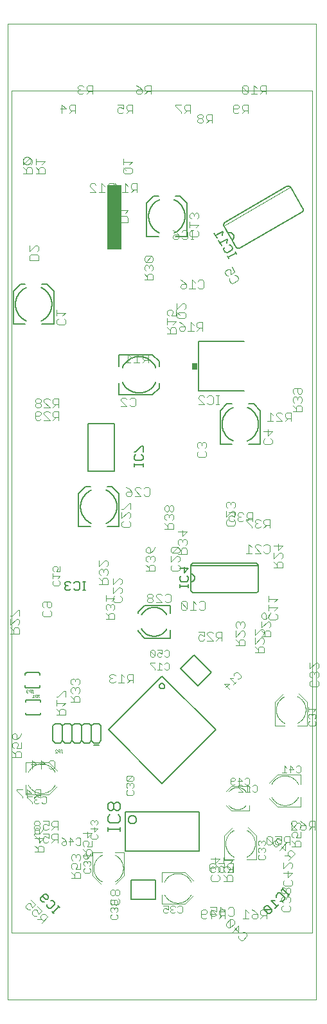
<source format=gbo>
G75*
%MOIN*%
%OFA0B0*%
%FSLAX25Y25*%
%IPPOS*%
%LPD*%
%AMOC8*
5,1,8,0,0,1.08239X$1,22.5*
%
%ADD10C,0.00000*%
%ADD11R,0.07187X0.33437*%
%ADD12C,0.00800*%
%ADD13C,0.00400*%
%ADD14C,0.00300*%
%ADD15C,0.00600*%
%ADD16R,0.03000X0.03400*%
%ADD17C,0.00500*%
%ADD18C,0.00700*%
%ADD19C,0.00100*%
%ADD20C,0.00200*%
D10*
X0006236Y0001000D02*
X0006236Y0506906D01*
X0166236Y0506906D01*
X0166236Y0001000D01*
X0006236Y0001000D01*
X0008204Y0035646D02*
X0008204Y0472260D01*
X0164267Y0472260D01*
X0164267Y0035646D01*
X0008204Y0035646D01*
X0014267Y0436000D02*
X0014269Y0436088D01*
X0014275Y0436176D01*
X0014285Y0436264D01*
X0014299Y0436352D01*
X0014316Y0436438D01*
X0014338Y0436524D01*
X0014363Y0436608D01*
X0014393Y0436692D01*
X0014425Y0436774D01*
X0014462Y0436854D01*
X0014502Y0436933D01*
X0014546Y0437010D01*
X0014593Y0437085D01*
X0014643Y0437157D01*
X0014697Y0437228D01*
X0014753Y0437295D01*
X0014813Y0437361D01*
X0014875Y0437423D01*
X0014941Y0437483D01*
X0015008Y0437539D01*
X0015079Y0437593D01*
X0015151Y0437643D01*
X0015226Y0437690D01*
X0015303Y0437734D01*
X0015382Y0437774D01*
X0015462Y0437811D01*
X0015544Y0437843D01*
X0015628Y0437873D01*
X0015712Y0437898D01*
X0015798Y0437920D01*
X0015884Y0437937D01*
X0015972Y0437951D01*
X0016060Y0437961D01*
X0016148Y0437967D01*
X0016236Y0437969D01*
X0016324Y0437967D01*
X0016412Y0437961D01*
X0016500Y0437951D01*
X0016588Y0437937D01*
X0016674Y0437920D01*
X0016760Y0437898D01*
X0016844Y0437873D01*
X0016928Y0437843D01*
X0017010Y0437811D01*
X0017090Y0437774D01*
X0017169Y0437734D01*
X0017246Y0437690D01*
X0017321Y0437643D01*
X0017393Y0437593D01*
X0017464Y0437539D01*
X0017531Y0437483D01*
X0017597Y0437423D01*
X0017659Y0437361D01*
X0017719Y0437295D01*
X0017775Y0437228D01*
X0017829Y0437157D01*
X0017879Y0437085D01*
X0017926Y0437010D01*
X0017970Y0436933D01*
X0018010Y0436854D01*
X0018047Y0436774D01*
X0018079Y0436692D01*
X0018109Y0436608D01*
X0018134Y0436524D01*
X0018156Y0436438D01*
X0018173Y0436352D01*
X0018187Y0436264D01*
X0018197Y0436176D01*
X0018203Y0436088D01*
X0018205Y0436000D01*
X0018203Y0435912D01*
X0018197Y0435824D01*
X0018187Y0435736D01*
X0018173Y0435648D01*
X0018156Y0435562D01*
X0018134Y0435476D01*
X0018109Y0435392D01*
X0018079Y0435308D01*
X0018047Y0435226D01*
X0018010Y0435146D01*
X0017970Y0435067D01*
X0017926Y0434990D01*
X0017879Y0434915D01*
X0017829Y0434843D01*
X0017775Y0434772D01*
X0017719Y0434705D01*
X0017659Y0434639D01*
X0017597Y0434577D01*
X0017531Y0434517D01*
X0017464Y0434461D01*
X0017393Y0434407D01*
X0017321Y0434357D01*
X0017246Y0434310D01*
X0017169Y0434266D01*
X0017090Y0434226D01*
X0017010Y0434189D01*
X0016928Y0434157D01*
X0016844Y0434127D01*
X0016760Y0434102D01*
X0016674Y0434080D01*
X0016588Y0434063D01*
X0016500Y0434049D01*
X0016412Y0434039D01*
X0016324Y0434033D01*
X0016236Y0434031D01*
X0016148Y0434033D01*
X0016060Y0434039D01*
X0015972Y0434049D01*
X0015884Y0434063D01*
X0015798Y0434080D01*
X0015712Y0434102D01*
X0015628Y0434127D01*
X0015544Y0434157D01*
X0015462Y0434189D01*
X0015382Y0434226D01*
X0015303Y0434266D01*
X0015226Y0434310D01*
X0015151Y0434357D01*
X0015079Y0434407D01*
X0015008Y0434461D01*
X0014941Y0434517D01*
X0014875Y0434577D01*
X0014813Y0434639D01*
X0014753Y0434705D01*
X0014697Y0434772D01*
X0014643Y0434843D01*
X0014593Y0434915D01*
X0014546Y0434990D01*
X0014502Y0435067D01*
X0014462Y0435146D01*
X0014425Y0435226D01*
X0014393Y0435308D01*
X0014363Y0435392D01*
X0014338Y0435476D01*
X0014316Y0435562D01*
X0014299Y0435648D01*
X0014285Y0435736D01*
X0014275Y0435824D01*
X0014269Y0435912D01*
X0014267Y0436000D01*
D11*
X0061392Y0406781D03*
D12*
X0078303Y0414140D02*
X0078303Y0396817D01*
X0084405Y0396817D01*
X0092476Y0398589D02*
X0092687Y0398683D01*
X0092895Y0398782D01*
X0093102Y0398887D01*
X0093305Y0398996D01*
X0093506Y0399111D01*
X0093704Y0399230D01*
X0093899Y0399354D01*
X0094090Y0399483D01*
X0094279Y0399616D01*
X0094464Y0399754D01*
X0094646Y0399897D01*
X0094824Y0400044D01*
X0094999Y0400195D01*
X0095170Y0400350D01*
X0095337Y0400510D01*
X0095500Y0400673D01*
X0095659Y0400841D01*
X0095814Y0401012D01*
X0095964Y0401188D01*
X0096111Y0401366D01*
X0096252Y0401549D01*
X0096390Y0401735D01*
X0096522Y0401924D01*
X0096651Y0402116D01*
X0096774Y0402311D01*
X0096892Y0402509D01*
X0097006Y0402711D01*
X0097115Y0402914D01*
X0097218Y0403121D01*
X0097317Y0403330D01*
X0097410Y0403541D01*
X0097499Y0403755D01*
X0097582Y0403970D01*
X0097659Y0404188D01*
X0097731Y0404407D01*
X0097798Y0404628D01*
X0097860Y0404851D01*
X0097916Y0405075D01*
X0097966Y0405301D01*
X0098011Y0405527D01*
X0098051Y0405755D01*
X0098085Y0405983D01*
X0098113Y0406213D01*
X0098135Y0406442D01*
X0098152Y0406673D01*
X0098164Y0406904D01*
X0098169Y0407134D01*
X0098169Y0407366D01*
X0098164Y0407596D01*
X0098152Y0407827D01*
X0098135Y0408058D01*
X0098113Y0408287D01*
X0098085Y0408517D01*
X0098051Y0408745D01*
X0098011Y0408973D01*
X0097966Y0409199D01*
X0097916Y0409425D01*
X0097860Y0409649D01*
X0097798Y0409872D01*
X0097731Y0410093D01*
X0097659Y0410312D01*
X0097582Y0410530D01*
X0097499Y0410745D01*
X0097410Y0410959D01*
X0097317Y0411170D01*
X0097218Y0411379D01*
X0097115Y0411586D01*
X0097006Y0411789D01*
X0096892Y0411991D01*
X0096774Y0412189D01*
X0096651Y0412384D01*
X0096522Y0412576D01*
X0096390Y0412765D01*
X0096252Y0412951D01*
X0096111Y0413134D01*
X0095964Y0413312D01*
X0095814Y0413488D01*
X0095659Y0413659D01*
X0095500Y0413827D01*
X0095337Y0413990D01*
X0095170Y0414150D01*
X0094999Y0414305D01*
X0094824Y0414456D01*
X0094646Y0414603D01*
X0094464Y0414746D01*
X0094279Y0414884D01*
X0094090Y0415017D01*
X0093899Y0415146D01*
X0093704Y0415270D01*
X0093506Y0415389D01*
X0093305Y0415504D01*
X0093102Y0415613D01*
X0092895Y0415718D01*
X0092687Y0415817D01*
X0092476Y0415911D01*
X0093066Y0417683D02*
X0095625Y0417683D01*
X0099169Y0414140D01*
X0099169Y0396817D01*
X0093066Y0396817D01*
X0084996Y0398589D02*
X0084785Y0398683D01*
X0084577Y0398782D01*
X0084370Y0398887D01*
X0084167Y0398996D01*
X0083966Y0399111D01*
X0083768Y0399230D01*
X0083573Y0399354D01*
X0083382Y0399483D01*
X0083193Y0399616D01*
X0083008Y0399754D01*
X0082826Y0399897D01*
X0082648Y0400044D01*
X0082473Y0400195D01*
X0082302Y0400350D01*
X0082135Y0400510D01*
X0081972Y0400673D01*
X0081813Y0400841D01*
X0081658Y0401012D01*
X0081508Y0401188D01*
X0081361Y0401366D01*
X0081220Y0401549D01*
X0081082Y0401735D01*
X0080950Y0401924D01*
X0080821Y0402116D01*
X0080698Y0402311D01*
X0080580Y0402509D01*
X0080466Y0402711D01*
X0080357Y0402914D01*
X0080254Y0403121D01*
X0080155Y0403330D01*
X0080062Y0403541D01*
X0079973Y0403755D01*
X0079890Y0403970D01*
X0079813Y0404188D01*
X0079741Y0404407D01*
X0079674Y0404628D01*
X0079612Y0404851D01*
X0079556Y0405075D01*
X0079506Y0405301D01*
X0079461Y0405527D01*
X0079421Y0405755D01*
X0079387Y0405983D01*
X0079359Y0406213D01*
X0079337Y0406442D01*
X0079320Y0406673D01*
X0079308Y0406904D01*
X0079303Y0407134D01*
X0079303Y0407366D01*
X0079308Y0407596D01*
X0079320Y0407827D01*
X0079337Y0408058D01*
X0079359Y0408287D01*
X0079387Y0408517D01*
X0079421Y0408745D01*
X0079461Y0408973D01*
X0079506Y0409199D01*
X0079556Y0409425D01*
X0079612Y0409649D01*
X0079674Y0409872D01*
X0079741Y0410093D01*
X0079813Y0410312D01*
X0079890Y0410530D01*
X0079973Y0410745D01*
X0080062Y0410959D01*
X0080155Y0411170D01*
X0080254Y0411379D01*
X0080357Y0411586D01*
X0080466Y0411789D01*
X0080580Y0411991D01*
X0080698Y0412189D01*
X0080821Y0412384D01*
X0080950Y0412576D01*
X0081082Y0412765D01*
X0081220Y0412951D01*
X0081361Y0413134D01*
X0081508Y0413312D01*
X0081658Y0413488D01*
X0081813Y0413659D01*
X0081972Y0413827D01*
X0082135Y0413990D01*
X0082302Y0414150D01*
X0082473Y0414305D01*
X0082648Y0414456D01*
X0082826Y0414603D01*
X0083008Y0414746D01*
X0083193Y0414884D01*
X0083382Y0415017D01*
X0083573Y0415146D01*
X0083768Y0415270D01*
X0083966Y0415389D01*
X0084167Y0415504D01*
X0084370Y0415613D01*
X0084577Y0415718D01*
X0084785Y0415817D01*
X0084996Y0415911D01*
X0084405Y0417683D02*
X0081846Y0417683D01*
X0078303Y0414140D01*
X0081250Y0335496D02*
X0063928Y0335496D01*
X0063928Y0329393D01*
X0063928Y0320732D02*
X0063928Y0314629D01*
X0081250Y0314629D01*
X0084794Y0318173D01*
X0084794Y0320732D01*
X0084794Y0329393D02*
X0084794Y0331952D01*
X0081250Y0335496D01*
X0083022Y0321323D02*
X0082928Y0321112D01*
X0082829Y0320904D01*
X0082724Y0320697D01*
X0082615Y0320494D01*
X0082500Y0320293D01*
X0082381Y0320095D01*
X0082257Y0319900D01*
X0082128Y0319709D01*
X0081995Y0319520D01*
X0081857Y0319335D01*
X0081714Y0319153D01*
X0081567Y0318975D01*
X0081416Y0318800D01*
X0081261Y0318629D01*
X0081101Y0318462D01*
X0080938Y0318299D01*
X0080770Y0318140D01*
X0080599Y0317985D01*
X0080423Y0317835D01*
X0080245Y0317688D01*
X0080062Y0317547D01*
X0079876Y0317409D01*
X0079687Y0317277D01*
X0079495Y0317148D01*
X0079300Y0317025D01*
X0079102Y0316907D01*
X0078900Y0316793D01*
X0078697Y0316684D01*
X0078490Y0316581D01*
X0078281Y0316482D01*
X0078070Y0316389D01*
X0077856Y0316300D01*
X0077641Y0316217D01*
X0077423Y0316140D01*
X0077204Y0316068D01*
X0076983Y0316001D01*
X0076760Y0315939D01*
X0076536Y0315883D01*
X0076310Y0315833D01*
X0076084Y0315788D01*
X0075856Y0315748D01*
X0075628Y0315714D01*
X0075398Y0315686D01*
X0075169Y0315664D01*
X0074938Y0315647D01*
X0074707Y0315635D01*
X0074477Y0315630D01*
X0074245Y0315630D01*
X0074015Y0315635D01*
X0073784Y0315647D01*
X0073553Y0315664D01*
X0073324Y0315686D01*
X0073094Y0315714D01*
X0072866Y0315748D01*
X0072638Y0315788D01*
X0072412Y0315833D01*
X0072186Y0315883D01*
X0071962Y0315939D01*
X0071739Y0316001D01*
X0071518Y0316068D01*
X0071299Y0316140D01*
X0071081Y0316217D01*
X0070866Y0316300D01*
X0070652Y0316389D01*
X0070441Y0316482D01*
X0070232Y0316581D01*
X0070025Y0316684D01*
X0069822Y0316793D01*
X0069620Y0316907D01*
X0069422Y0317025D01*
X0069227Y0317148D01*
X0069035Y0317277D01*
X0068846Y0317409D01*
X0068660Y0317547D01*
X0068477Y0317688D01*
X0068299Y0317835D01*
X0068123Y0317985D01*
X0067952Y0318140D01*
X0067784Y0318299D01*
X0067621Y0318462D01*
X0067461Y0318629D01*
X0067306Y0318800D01*
X0067155Y0318975D01*
X0067008Y0319153D01*
X0066865Y0319335D01*
X0066727Y0319520D01*
X0066594Y0319709D01*
X0066465Y0319900D01*
X0066341Y0320095D01*
X0066222Y0320293D01*
X0066107Y0320494D01*
X0065998Y0320697D01*
X0065893Y0320904D01*
X0065794Y0321112D01*
X0065700Y0321323D01*
X0065700Y0328802D02*
X0065794Y0329013D01*
X0065893Y0329221D01*
X0065998Y0329428D01*
X0066107Y0329631D01*
X0066222Y0329832D01*
X0066341Y0330030D01*
X0066465Y0330225D01*
X0066594Y0330416D01*
X0066727Y0330605D01*
X0066865Y0330790D01*
X0067008Y0330972D01*
X0067155Y0331150D01*
X0067306Y0331325D01*
X0067461Y0331496D01*
X0067621Y0331663D01*
X0067784Y0331826D01*
X0067952Y0331985D01*
X0068123Y0332140D01*
X0068299Y0332290D01*
X0068477Y0332437D01*
X0068660Y0332578D01*
X0068846Y0332716D01*
X0069035Y0332848D01*
X0069227Y0332977D01*
X0069422Y0333100D01*
X0069620Y0333218D01*
X0069822Y0333332D01*
X0070025Y0333441D01*
X0070232Y0333544D01*
X0070441Y0333643D01*
X0070652Y0333736D01*
X0070866Y0333825D01*
X0071081Y0333908D01*
X0071299Y0333985D01*
X0071518Y0334057D01*
X0071739Y0334124D01*
X0071962Y0334186D01*
X0072186Y0334242D01*
X0072412Y0334292D01*
X0072638Y0334337D01*
X0072866Y0334377D01*
X0073094Y0334411D01*
X0073324Y0334439D01*
X0073553Y0334461D01*
X0073784Y0334478D01*
X0074015Y0334490D01*
X0074245Y0334495D01*
X0074477Y0334495D01*
X0074707Y0334490D01*
X0074938Y0334478D01*
X0075169Y0334461D01*
X0075398Y0334439D01*
X0075628Y0334411D01*
X0075856Y0334377D01*
X0076084Y0334337D01*
X0076310Y0334292D01*
X0076536Y0334242D01*
X0076760Y0334186D01*
X0076983Y0334124D01*
X0077204Y0334057D01*
X0077423Y0333985D01*
X0077641Y0333908D01*
X0077856Y0333825D01*
X0078070Y0333736D01*
X0078281Y0333643D01*
X0078490Y0333544D01*
X0078697Y0333441D01*
X0078900Y0333332D01*
X0079102Y0333218D01*
X0079300Y0333100D01*
X0079495Y0332977D01*
X0079687Y0332848D01*
X0079876Y0332716D01*
X0080062Y0332578D01*
X0080245Y0332437D01*
X0080423Y0332290D01*
X0080599Y0332140D01*
X0080770Y0331985D01*
X0080938Y0331826D01*
X0081101Y0331663D01*
X0081261Y0331496D01*
X0081416Y0331325D01*
X0081567Y0331150D01*
X0081714Y0330972D01*
X0081857Y0330790D01*
X0081995Y0330605D01*
X0082128Y0330416D01*
X0082257Y0330225D01*
X0082381Y0330030D01*
X0082500Y0329832D01*
X0082615Y0329631D01*
X0082724Y0329428D01*
X0082829Y0329221D01*
X0082928Y0329013D01*
X0083022Y0328802D01*
X0105236Y0316536D02*
X0128836Y0316538D01*
X0131191Y0309871D02*
X0133750Y0309871D01*
X0137294Y0306327D01*
X0137294Y0289004D01*
X0131191Y0289004D01*
X0130601Y0290777D02*
X0130812Y0290871D01*
X0131020Y0290970D01*
X0131227Y0291075D01*
X0131430Y0291184D01*
X0131631Y0291299D01*
X0131829Y0291418D01*
X0132024Y0291542D01*
X0132215Y0291671D01*
X0132404Y0291804D01*
X0132589Y0291942D01*
X0132771Y0292085D01*
X0132949Y0292232D01*
X0133124Y0292383D01*
X0133295Y0292538D01*
X0133462Y0292698D01*
X0133625Y0292861D01*
X0133784Y0293029D01*
X0133939Y0293200D01*
X0134089Y0293376D01*
X0134236Y0293554D01*
X0134377Y0293737D01*
X0134515Y0293923D01*
X0134647Y0294112D01*
X0134776Y0294304D01*
X0134899Y0294499D01*
X0135017Y0294697D01*
X0135131Y0294899D01*
X0135240Y0295102D01*
X0135343Y0295309D01*
X0135442Y0295518D01*
X0135535Y0295729D01*
X0135624Y0295943D01*
X0135707Y0296158D01*
X0135784Y0296376D01*
X0135856Y0296595D01*
X0135923Y0296816D01*
X0135985Y0297039D01*
X0136041Y0297263D01*
X0136091Y0297489D01*
X0136136Y0297715D01*
X0136176Y0297943D01*
X0136210Y0298171D01*
X0136238Y0298401D01*
X0136260Y0298630D01*
X0136277Y0298861D01*
X0136289Y0299092D01*
X0136294Y0299322D01*
X0136294Y0299554D01*
X0136289Y0299784D01*
X0136277Y0300015D01*
X0136260Y0300246D01*
X0136238Y0300475D01*
X0136210Y0300705D01*
X0136176Y0300933D01*
X0136136Y0301161D01*
X0136091Y0301387D01*
X0136041Y0301613D01*
X0135985Y0301837D01*
X0135923Y0302060D01*
X0135856Y0302281D01*
X0135784Y0302500D01*
X0135707Y0302718D01*
X0135624Y0302933D01*
X0135535Y0303147D01*
X0135442Y0303358D01*
X0135343Y0303567D01*
X0135240Y0303774D01*
X0135131Y0303977D01*
X0135017Y0304179D01*
X0134899Y0304377D01*
X0134776Y0304572D01*
X0134647Y0304764D01*
X0134515Y0304953D01*
X0134377Y0305139D01*
X0134236Y0305322D01*
X0134089Y0305500D01*
X0133939Y0305676D01*
X0133784Y0305847D01*
X0133625Y0306015D01*
X0133462Y0306178D01*
X0133295Y0306338D01*
X0133124Y0306493D01*
X0132949Y0306644D01*
X0132771Y0306791D01*
X0132589Y0306934D01*
X0132404Y0307072D01*
X0132215Y0307205D01*
X0132024Y0307334D01*
X0131829Y0307458D01*
X0131631Y0307577D01*
X0131430Y0307692D01*
X0131227Y0307801D01*
X0131020Y0307906D01*
X0130812Y0308005D01*
X0130601Y0308099D01*
X0123121Y0308099D02*
X0122910Y0308005D01*
X0122702Y0307906D01*
X0122495Y0307801D01*
X0122292Y0307692D01*
X0122091Y0307577D01*
X0121893Y0307458D01*
X0121698Y0307334D01*
X0121507Y0307205D01*
X0121318Y0307072D01*
X0121133Y0306934D01*
X0120951Y0306791D01*
X0120773Y0306644D01*
X0120598Y0306493D01*
X0120427Y0306338D01*
X0120260Y0306178D01*
X0120097Y0306015D01*
X0119938Y0305847D01*
X0119783Y0305676D01*
X0119633Y0305500D01*
X0119486Y0305322D01*
X0119345Y0305139D01*
X0119207Y0304953D01*
X0119075Y0304764D01*
X0118946Y0304572D01*
X0118823Y0304377D01*
X0118705Y0304179D01*
X0118591Y0303977D01*
X0118482Y0303774D01*
X0118379Y0303567D01*
X0118280Y0303358D01*
X0118187Y0303147D01*
X0118098Y0302933D01*
X0118015Y0302718D01*
X0117938Y0302500D01*
X0117866Y0302281D01*
X0117799Y0302060D01*
X0117737Y0301837D01*
X0117681Y0301613D01*
X0117631Y0301387D01*
X0117586Y0301161D01*
X0117546Y0300933D01*
X0117512Y0300705D01*
X0117484Y0300475D01*
X0117462Y0300246D01*
X0117445Y0300015D01*
X0117433Y0299784D01*
X0117428Y0299554D01*
X0117428Y0299322D01*
X0117433Y0299092D01*
X0117445Y0298861D01*
X0117462Y0298630D01*
X0117484Y0298401D01*
X0117512Y0298171D01*
X0117546Y0297943D01*
X0117586Y0297715D01*
X0117631Y0297489D01*
X0117681Y0297263D01*
X0117737Y0297039D01*
X0117799Y0296816D01*
X0117866Y0296595D01*
X0117938Y0296376D01*
X0118015Y0296158D01*
X0118098Y0295943D01*
X0118187Y0295729D01*
X0118280Y0295518D01*
X0118379Y0295309D01*
X0118482Y0295102D01*
X0118591Y0294899D01*
X0118705Y0294697D01*
X0118823Y0294499D01*
X0118946Y0294304D01*
X0119075Y0294112D01*
X0119207Y0293923D01*
X0119345Y0293737D01*
X0119486Y0293554D01*
X0119633Y0293376D01*
X0119783Y0293200D01*
X0119938Y0293029D01*
X0120097Y0292861D01*
X0120260Y0292698D01*
X0120427Y0292538D01*
X0120598Y0292383D01*
X0120773Y0292232D01*
X0120951Y0292085D01*
X0121133Y0291942D01*
X0121318Y0291804D01*
X0121507Y0291671D01*
X0121698Y0291542D01*
X0121893Y0291418D01*
X0122091Y0291299D01*
X0122292Y0291184D01*
X0122495Y0291075D01*
X0122702Y0290970D01*
X0122910Y0290871D01*
X0123121Y0290777D01*
X0122530Y0289004D02*
X0116428Y0289004D01*
X0116428Y0306327D01*
X0119971Y0309871D01*
X0122530Y0309871D01*
X0128836Y0342338D02*
X0105236Y0342339D01*
X0105236Y0316536D01*
X0090638Y0205402D02*
X0077252Y0205402D01*
X0073709Y0201859D01*
X0073709Y0201268D01*
X0073709Y0192804D02*
X0073709Y0192016D01*
X0077252Y0188473D01*
X0090638Y0188473D01*
X0090638Y0192607D01*
X0090638Y0201268D02*
X0090638Y0205402D01*
X0088669Y0193197D02*
X0088576Y0193040D01*
X0088479Y0192885D01*
X0088379Y0192732D01*
X0088274Y0192582D01*
X0088166Y0192435D01*
X0088055Y0192290D01*
X0087940Y0192148D01*
X0087821Y0192009D01*
X0087699Y0191872D01*
X0087574Y0191739D01*
X0087446Y0191609D01*
X0087314Y0191482D01*
X0087180Y0191358D01*
X0087042Y0191238D01*
X0086902Y0191121D01*
X0086759Y0191007D01*
X0086613Y0190897D01*
X0086464Y0190791D01*
X0086313Y0190688D01*
X0086160Y0190589D01*
X0086004Y0190494D01*
X0085845Y0190402D01*
X0085685Y0190315D01*
X0085523Y0190231D01*
X0085358Y0190151D01*
X0085192Y0190076D01*
X0085024Y0190004D01*
X0084854Y0189937D01*
X0084682Y0189873D01*
X0084509Y0189814D01*
X0084335Y0189760D01*
X0084159Y0189709D01*
X0083983Y0189663D01*
X0083805Y0189621D01*
X0083626Y0189583D01*
X0083446Y0189550D01*
X0083266Y0189521D01*
X0083085Y0189497D01*
X0082903Y0189477D01*
X0082721Y0189461D01*
X0082538Y0189450D01*
X0082356Y0189443D01*
X0082173Y0189441D01*
X0081990Y0189443D01*
X0081808Y0189450D01*
X0081625Y0189461D01*
X0081443Y0189477D01*
X0081261Y0189497D01*
X0081080Y0189521D01*
X0080900Y0189550D01*
X0080720Y0189583D01*
X0080541Y0189621D01*
X0080363Y0189663D01*
X0080187Y0189709D01*
X0080011Y0189760D01*
X0079837Y0189814D01*
X0079664Y0189873D01*
X0079492Y0189937D01*
X0079322Y0190004D01*
X0079154Y0190076D01*
X0078988Y0190151D01*
X0078823Y0190231D01*
X0078661Y0190315D01*
X0078501Y0190402D01*
X0078342Y0190494D01*
X0078186Y0190589D01*
X0078033Y0190688D01*
X0077882Y0190791D01*
X0077733Y0190897D01*
X0077587Y0191007D01*
X0077444Y0191121D01*
X0077304Y0191238D01*
X0077166Y0191358D01*
X0077032Y0191482D01*
X0076900Y0191609D01*
X0076772Y0191739D01*
X0076647Y0191872D01*
X0076525Y0192009D01*
X0076406Y0192148D01*
X0076291Y0192290D01*
X0076180Y0192435D01*
X0076072Y0192582D01*
X0075967Y0192732D01*
X0075867Y0192885D01*
X0075770Y0193040D01*
X0075677Y0193197D01*
X0075677Y0200677D02*
X0075770Y0200834D01*
X0075867Y0200989D01*
X0075967Y0201142D01*
X0076072Y0201292D01*
X0076180Y0201439D01*
X0076291Y0201584D01*
X0076406Y0201726D01*
X0076525Y0201865D01*
X0076647Y0202002D01*
X0076772Y0202135D01*
X0076900Y0202265D01*
X0077032Y0202392D01*
X0077166Y0202516D01*
X0077304Y0202636D01*
X0077444Y0202753D01*
X0077587Y0202867D01*
X0077733Y0202977D01*
X0077882Y0203083D01*
X0078033Y0203186D01*
X0078186Y0203285D01*
X0078342Y0203380D01*
X0078501Y0203472D01*
X0078661Y0203559D01*
X0078823Y0203643D01*
X0078988Y0203723D01*
X0079154Y0203798D01*
X0079322Y0203870D01*
X0079492Y0203937D01*
X0079664Y0204001D01*
X0079837Y0204060D01*
X0080011Y0204114D01*
X0080187Y0204165D01*
X0080363Y0204211D01*
X0080541Y0204253D01*
X0080720Y0204291D01*
X0080900Y0204324D01*
X0081080Y0204353D01*
X0081261Y0204377D01*
X0081443Y0204397D01*
X0081625Y0204413D01*
X0081808Y0204424D01*
X0081990Y0204431D01*
X0082173Y0204433D01*
X0082356Y0204431D01*
X0082538Y0204424D01*
X0082721Y0204413D01*
X0082903Y0204397D01*
X0083085Y0204377D01*
X0083266Y0204353D01*
X0083446Y0204324D01*
X0083626Y0204291D01*
X0083805Y0204253D01*
X0083983Y0204211D01*
X0084159Y0204165D01*
X0084335Y0204114D01*
X0084509Y0204060D01*
X0084682Y0204001D01*
X0084854Y0203937D01*
X0085024Y0203870D01*
X0085192Y0203798D01*
X0085358Y0203723D01*
X0085523Y0203643D01*
X0085685Y0203559D01*
X0085845Y0203472D01*
X0086004Y0203380D01*
X0086160Y0203285D01*
X0086313Y0203186D01*
X0086464Y0203083D01*
X0086613Y0202977D01*
X0086759Y0202867D01*
X0086902Y0202753D01*
X0087042Y0202636D01*
X0087180Y0202516D01*
X0087314Y0202392D01*
X0087446Y0202265D01*
X0087574Y0202135D01*
X0087699Y0202002D01*
X0087821Y0201865D01*
X0087940Y0201726D01*
X0088055Y0201584D01*
X0088166Y0201439D01*
X0088274Y0201292D01*
X0088379Y0201142D01*
X0088479Y0200989D01*
X0088576Y0200834D01*
X0088669Y0200677D01*
X0063856Y0246192D02*
X0063856Y0263515D01*
X0060313Y0267058D01*
X0057754Y0267058D01*
X0057163Y0265286D02*
X0057374Y0265192D01*
X0057582Y0265093D01*
X0057789Y0264988D01*
X0057992Y0264879D01*
X0058193Y0264764D01*
X0058391Y0264645D01*
X0058586Y0264521D01*
X0058777Y0264392D01*
X0058966Y0264259D01*
X0059151Y0264121D01*
X0059333Y0263978D01*
X0059511Y0263831D01*
X0059686Y0263680D01*
X0059857Y0263525D01*
X0060024Y0263365D01*
X0060187Y0263202D01*
X0060346Y0263034D01*
X0060501Y0262863D01*
X0060651Y0262687D01*
X0060798Y0262509D01*
X0060939Y0262326D01*
X0061077Y0262140D01*
X0061209Y0261951D01*
X0061338Y0261759D01*
X0061461Y0261564D01*
X0061579Y0261366D01*
X0061693Y0261164D01*
X0061802Y0260961D01*
X0061905Y0260754D01*
X0062004Y0260545D01*
X0062097Y0260334D01*
X0062186Y0260120D01*
X0062269Y0259905D01*
X0062346Y0259687D01*
X0062418Y0259468D01*
X0062485Y0259247D01*
X0062547Y0259024D01*
X0062603Y0258800D01*
X0062653Y0258574D01*
X0062698Y0258348D01*
X0062738Y0258120D01*
X0062772Y0257892D01*
X0062800Y0257662D01*
X0062822Y0257433D01*
X0062839Y0257202D01*
X0062851Y0256971D01*
X0062856Y0256741D01*
X0062856Y0256509D01*
X0062851Y0256279D01*
X0062839Y0256048D01*
X0062822Y0255817D01*
X0062800Y0255588D01*
X0062772Y0255358D01*
X0062738Y0255130D01*
X0062698Y0254902D01*
X0062653Y0254676D01*
X0062603Y0254450D01*
X0062547Y0254226D01*
X0062485Y0254003D01*
X0062418Y0253782D01*
X0062346Y0253563D01*
X0062269Y0253345D01*
X0062186Y0253130D01*
X0062097Y0252916D01*
X0062004Y0252705D01*
X0061905Y0252496D01*
X0061802Y0252289D01*
X0061693Y0252086D01*
X0061579Y0251884D01*
X0061461Y0251686D01*
X0061338Y0251491D01*
X0061209Y0251299D01*
X0061077Y0251110D01*
X0060939Y0250924D01*
X0060798Y0250741D01*
X0060651Y0250563D01*
X0060501Y0250387D01*
X0060346Y0250216D01*
X0060187Y0250048D01*
X0060024Y0249885D01*
X0059857Y0249725D01*
X0059686Y0249570D01*
X0059511Y0249419D01*
X0059333Y0249272D01*
X0059151Y0249129D01*
X0058966Y0248991D01*
X0058777Y0248858D01*
X0058586Y0248729D01*
X0058391Y0248605D01*
X0058193Y0248486D01*
X0057992Y0248371D01*
X0057789Y0248262D01*
X0057582Y0248157D01*
X0057374Y0248058D01*
X0057163Y0247964D01*
X0057754Y0246192D02*
X0063856Y0246192D01*
X0049683Y0247964D02*
X0049472Y0248058D01*
X0049264Y0248157D01*
X0049057Y0248262D01*
X0048854Y0248371D01*
X0048653Y0248486D01*
X0048455Y0248605D01*
X0048260Y0248729D01*
X0048069Y0248858D01*
X0047880Y0248991D01*
X0047695Y0249129D01*
X0047513Y0249272D01*
X0047335Y0249419D01*
X0047160Y0249570D01*
X0046989Y0249725D01*
X0046822Y0249885D01*
X0046659Y0250048D01*
X0046500Y0250216D01*
X0046345Y0250387D01*
X0046195Y0250563D01*
X0046048Y0250741D01*
X0045907Y0250924D01*
X0045769Y0251110D01*
X0045637Y0251299D01*
X0045508Y0251491D01*
X0045385Y0251686D01*
X0045267Y0251884D01*
X0045153Y0252086D01*
X0045044Y0252289D01*
X0044941Y0252496D01*
X0044842Y0252705D01*
X0044749Y0252916D01*
X0044660Y0253130D01*
X0044577Y0253345D01*
X0044500Y0253563D01*
X0044428Y0253782D01*
X0044361Y0254003D01*
X0044299Y0254226D01*
X0044243Y0254450D01*
X0044193Y0254676D01*
X0044148Y0254902D01*
X0044108Y0255130D01*
X0044074Y0255358D01*
X0044046Y0255588D01*
X0044024Y0255817D01*
X0044007Y0256048D01*
X0043995Y0256279D01*
X0043990Y0256509D01*
X0043990Y0256741D01*
X0043995Y0256971D01*
X0044007Y0257202D01*
X0044024Y0257433D01*
X0044046Y0257662D01*
X0044074Y0257892D01*
X0044108Y0258120D01*
X0044148Y0258348D01*
X0044193Y0258574D01*
X0044243Y0258800D01*
X0044299Y0259024D01*
X0044361Y0259247D01*
X0044428Y0259468D01*
X0044500Y0259687D01*
X0044577Y0259905D01*
X0044660Y0260120D01*
X0044749Y0260334D01*
X0044842Y0260545D01*
X0044941Y0260754D01*
X0045044Y0260961D01*
X0045153Y0261164D01*
X0045267Y0261366D01*
X0045385Y0261564D01*
X0045508Y0261759D01*
X0045637Y0261951D01*
X0045769Y0262140D01*
X0045907Y0262326D01*
X0046048Y0262509D01*
X0046195Y0262687D01*
X0046345Y0262863D01*
X0046500Y0263034D01*
X0046659Y0263202D01*
X0046822Y0263365D01*
X0046989Y0263525D01*
X0047160Y0263680D01*
X0047335Y0263831D01*
X0047513Y0263978D01*
X0047695Y0264121D01*
X0047880Y0264259D01*
X0048069Y0264392D01*
X0048260Y0264521D01*
X0048455Y0264645D01*
X0048653Y0264764D01*
X0048854Y0264879D01*
X0049057Y0264988D01*
X0049264Y0265093D01*
X0049472Y0265192D01*
X0049683Y0265286D01*
X0049093Y0267058D02*
X0046533Y0267058D01*
X0042990Y0263515D01*
X0042990Y0246192D01*
X0049093Y0246192D01*
X0022198Y0170562D02*
X0015899Y0170562D01*
X0015898Y0170563D02*
X0015839Y0170549D01*
X0015781Y0170532D01*
X0015724Y0170511D01*
X0015668Y0170487D01*
X0015614Y0170459D01*
X0015562Y0170429D01*
X0015511Y0170395D01*
X0015463Y0170358D01*
X0015417Y0170319D01*
X0015374Y0170276D01*
X0015333Y0170232D01*
X0015295Y0170184D01*
X0015260Y0170135D01*
X0015228Y0170083D01*
X0015199Y0170030D01*
X0015173Y0169975D01*
X0015151Y0169919D01*
X0015132Y0169861D01*
X0015116Y0169802D01*
X0015105Y0169743D01*
X0015096Y0169683D01*
X0015092Y0169622D01*
X0015091Y0169562D01*
X0015094Y0169501D01*
X0015100Y0169441D01*
X0015110Y0169381D01*
X0015110Y0163869D02*
X0015100Y0163809D01*
X0015094Y0163749D01*
X0015091Y0163688D01*
X0015092Y0163628D01*
X0015096Y0163567D01*
X0015105Y0163507D01*
X0015116Y0163448D01*
X0015132Y0163389D01*
X0015151Y0163331D01*
X0015173Y0163275D01*
X0015199Y0163220D01*
X0015228Y0163167D01*
X0015260Y0163115D01*
X0015295Y0163066D01*
X0015333Y0163018D01*
X0015374Y0162974D01*
X0015417Y0162931D01*
X0015463Y0162892D01*
X0015511Y0162855D01*
X0015562Y0162821D01*
X0015614Y0162791D01*
X0015668Y0162763D01*
X0015724Y0162739D01*
X0015781Y0162718D01*
X0015839Y0162701D01*
X0015898Y0162687D01*
X0015899Y0162688D02*
X0022198Y0162688D01*
X0022198Y0162687D02*
X0022257Y0162701D01*
X0022315Y0162718D01*
X0022372Y0162739D01*
X0022428Y0162763D01*
X0022482Y0162791D01*
X0022534Y0162821D01*
X0022585Y0162855D01*
X0022633Y0162892D01*
X0022679Y0162931D01*
X0022722Y0162974D01*
X0022763Y0163018D01*
X0022801Y0163066D01*
X0022836Y0163115D01*
X0022868Y0163167D01*
X0022897Y0163220D01*
X0022923Y0163275D01*
X0022945Y0163331D01*
X0022964Y0163389D01*
X0022980Y0163448D01*
X0022991Y0163507D01*
X0023000Y0163567D01*
X0023004Y0163628D01*
X0023005Y0163688D01*
X0023002Y0163749D01*
X0022996Y0163809D01*
X0022986Y0163869D01*
X0022986Y0169381D02*
X0022996Y0169441D01*
X0023002Y0169501D01*
X0023005Y0169562D01*
X0023004Y0169622D01*
X0023000Y0169683D01*
X0022991Y0169743D01*
X0022980Y0169802D01*
X0022964Y0169861D01*
X0022945Y0169919D01*
X0022923Y0169975D01*
X0022897Y0170030D01*
X0022868Y0170083D01*
X0022836Y0170135D01*
X0022801Y0170184D01*
X0022763Y0170232D01*
X0022722Y0170276D01*
X0022679Y0170319D01*
X0022633Y0170358D01*
X0022585Y0170395D01*
X0022534Y0170429D01*
X0022482Y0170459D01*
X0022428Y0170487D01*
X0022372Y0170511D01*
X0022315Y0170532D01*
X0022257Y0170549D01*
X0022198Y0170563D01*
X0022510Y0156500D02*
X0016211Y0156500D01*
X0016152Y0156486D01*
X0016094Y0156469D01*
X0016037Y0156448D01*
X0015981Y0156424D01*
X0015927Y0156396D01*
X0015875Y0156366D01*
X0015824Y0156332D01*
X0015776Y0156295D01*
X0015730Y0156256D01*
X0015687Y0156213D01*
X0015646Y0156169D01*
X0015608Y0156121D01*
X0015573Y0156072D01*
X0015541Y0156020D01*
X0015512Y0155967D01*
X0015486Y0155912D01*
X0015464Y0155856D01*
X0015445Y0155798D01*
X0015429Y0155739D01*
X0015418Y0155680D01*
X0015409Y0155620D01*
X0015405Y0155559D01*
X0015404Y0155499D01*
X0015407Y0155438D01*
X0015413Y0155378D01*
X0015423Y0155318D01*
X0015423Y0149807D02*
X0015413Y0149747D01*
X0015407Y0149687D01*
X0015404Y0149626D01*
X0015405Y0149566D01*
X0015409Y0149505D01*
X0015418Y0149445D01*
X0015429Y0149386D01*
X0015445Y0149327D01*
X0015464Y0149269D01*
X0015486Y0149213D01*
X0015512Y0149158D01*
X0015541Y0149105D01*
X0015573Y0149053D01*
X0015608Y0149004D01*
X0015646Y0148956D01*
X0015687Y0148912D01*
X0015730Y0148869D01*
X0015776Y0148830D01*
X0015824Y0148793D01*
X0015875Y0148759D01*
X0015927Y0148729D01*
X0015981Y0148701D01*
X0016037Y0148677D01*
X0016094Y0148656D01*
X0016152Y0148639D01*
X0016211Y0148625D01*
X0022510Y0148625D01*
X0022569Y0148639D01*
X0022627Y0148656D01*
X0022684Y0148677D01*
X0022740Y0148701D01*
X0022794Y0148729D01*
X0022846Y0148759D01*
X0022897Y0148793D01*
X0022945Y0148830D01*
X0022991Y0148869D01*
X0023034Y0148912D01*
X0023075Y0148956D01*
X0023113Y0149004D01*
X0023148Y0149053D01*
X0023180Y0149105D01*
X0023209Y0149158D01*
X0023235Y0149213D01*
X0023257Y0149269D01*
X0023276Y0149327D01*
X0023292Y0149386D01*
X0023303Y0149445D01*
X0023312Y0149505D01*
X0023316Y0149566D01*
X0023317Y0149626D01*
X0023314Y0149687D01*
X0023308Y0149747D01*
X0023298Y0149807D01*
X0023298Y0155318D02*
X0023308Y0155378D01*
X0023314Y0155438D01*
X0023317Y0155499D01*
X0023316Y0155559D01*
X0023312Y0155620D01*
X0023303Y0155680D01*
X0023292Y0155739D01*
X0023276Y0155798D01*
X0023257Y0155856D01*
X0023235Y0155912D01*
X0023209Y0155967D01*
X0023180Y0156020D01*
X0023148Y0156072D01*
X0023113Y0156121D01*
X0023075Y0156169D01*
X0023034Y0156213D01*
X0022991Y0156256D01*
X0022945Y0156295D01*
X0022897Y0156332D01*
X0022846Y0156366D01*
X0022794Y0156396D01*
X0022740Y0156424D01*
X0022684Y0156448D01*
X0022627Y0156469D01*
X0022569Y0156486D01*
X0022510Y0156500D01*
X0050923Y0132875D02*
X0053423Y0132875D01*
X0030106Y0351192D02*
X0024004Y0351192D01*
X0030106Y0351192D02*
X0030106Y0368515D01*
X0026563Y0372058D01*
X0024004Y0372058D01*
X0023413Y0370286D02*
X0023624Y0370192D01*
X0023832Y0370093D01*
X0024039Y0369988D01*
X0024242Y0369879D01*
X0024443Y0369764D01*
X0024641Y0369645D01*
X0024836Y0369521D01*
X0025027Y0369392D01*
X0025216Y0369259D01*
X0025401Y0369121D01*
X0025583Y0368978D01*
X0025761Y0368831D01*
X0025936Y0368680D01*
X0026107Y0368525D01*
X0026274Y0368365D01*
X0026437Y0368202D01*
X0026596Y0368034D01*
X0026751Y0367863D01*
X0026901Y0367687D01*
X0027048Y0367509D01*
X0027189Y0367326D01*
X0027327Y0367140D01*
X0027459Y0366951D01*
X0027588Y0366759D01*
X0027711Y0366564D01*
X0027829Y0366366D01*
X0027943Y0366164D01*
X0028052Y0365961D01*
X0028155Y0365754D01*
X0028254Y0365545D01*
X0028347Y0365334D01*
X0028436Y0365120D01*
X0028519Y0364905D01*
X0028596Y0364687D01*
X0028668Y0364468D01*
X0028735Y0364247D01*
X0028797Y0364024D01*
X0028853Y0363800D01*
X0028903Y0363574D01*
X0028948Y0363348D01*
X0028988Y0363120D01*
X0029022Y0362892D01*
X0029050Y0362662D01*
X0029072Y0362433D01*
X0029089Y0362202D01*
X0029101Y0361971D01*
X0029106Y0361741D01*
X0029106Y0361509D01*
X0029101Y0361279D01*
X0029089Y0361048D01*
X0029072Y0360817D01*
X0029050Y0360588D01*
X0029022Y0360358D01*
X0028988Y0360130D01*
X0028948Y0359902D01*
X0028903Y0359676D01*
X0028853Y0359450D01*
X0028797Y0359226D01*
X0028735Y0359003D01*
X0028668Y0358782D01*
X0028596Y0358563D01*
X0028519Y0358345D01*
X0028436Y0358130D01*
X0028347Y0357916D01*
X0028254Y0357705D01*
X0028155Y0357496D01*
X0028052Y0357289D01*
X0027943Y0357086D01*
X0027829Y0356884D01*
X0027711Y0356686D01*
X0027588Y0356491D01*
X0027459Y0356299D01*
X0027327Y0356110D01*
X0027189Y0355924D01*
X0027048Y0355741D01*
X0026901Y0355563D01*
X0026751Y0355387D01*
X0026596Y0355216D01*
X0026437Y0355048D01*
X0026274Y0354885D01*
X0026107Y0354725D01*
X0025936Y0354570D01*
X0025761Y0354419D01*
X0025583Y0354272D01*
X0025401Y0354129D01*
X0025216Y0353991D01*
X0025027Y0353858D01*
X0024836Y0353729D01*
X0024641Y0353605D01*
X0024443Y0353486D01*
X0024242Y0353371D01*
X0024039Y0353262D01*
X0023832Y0353157D01*
X0023624Y0353058D01*
X0023413Y0352964D01*
X0015933Y0352964D02*
X0015722Y0353058D01*
X0015514Y0353157D01*
X0015307Y0353262D01*
X0015104Y0353371D01*
X0014903Y0353486D01*
X0014705Y0353605D01*
X0014510Y0353729D01*
X0014319Y0353858D01*
X0014130Y0353991D01*
X0013945Y0354129D01*
X0013763Y0354272D01*
X0013585Y0354419D01*
X0013410Y0354570D01*
X0013239Y0354725D01*
X0013072Y0354885D01*
X0012909Y0355048D01*
X0012750Y0355216D01*
X0012595Y0355387D01*
X0012445Y0355563D01*
X0012298Y0355741D01*
X0012157Y0355924D01*
X0012019Y0356110D01*
X0011887Y0356299D01*
X0011758Y0356491D01*
X0011635Y0356686D01*
X0011517Y0356884D01*
X0011403Y0357086D01*
X0011294Y0357289D01*
X0011191Y0357496D01*
X0011092Y0357705D01*
X0010999Y0357916D01*
X0010910Y0358130D01*
X0010827Y0358345D01*
X0010750Y0358563D01*
X0010678Y0358782D01*
X0010611Y0359003D01*
X0010549Y0359226D01*
X0010493Y0359450D01*
X0010443Y0359676D01*
X0010398Y0359902D01*
X0010358Y0360130D01*
X0010324Y0360358D01*
X0010296Y0360588D01*
X0010274Y0360817D01*
X0010257Y0361048D01*
X0010245Y0361279D01*
X0010240Y0361509D01*
X0010240Y0361741D01*
X0010245Y0361971D01*
X0010257Y0362202D01*
X0010274Y0362433D01*
X0010296Y0362662D01*
X0010324Y0362892D01*
X0010358Y0363120D01*
X0010398Y0363348D01*
X0010443Y0363574D01*
X0010493Y0363800D01*
X0010549Y0364024D01*
X0010611Y0364247D01*
X0010678Y0364468D01*
X0010750Y0364687D01*
X0010827Y0364905D01*
X0010910Y0365120D01*
X0010999Y0365334D01*
X0011092Y0365545D01*
X0011191Y0365754D01*
X0011294Y0365961D01*
X0011403Y0366164D01*
X0011517Y0366366D01*
X0011635Y0366564D01*
X0011758Y0366759D01*
X0011887Y0366951D01*
X0012019Y0367140D01*
X0012157Y0367326D01*
X0012298Y0367509D01*
X0012445Y0367687D01*
X0012595Y0367863D01*
X0012750Y0368034D01*
X0012909Y0368202D01*
X0013072Y0368365D01*
X0013239Y0368525D01*
X0013410Y0368680D01*
X0013585Y0368831D01*
X0013763Y0368978D01*
X0013945Y0369121D01*
X0014130Y0369259D01*
X0014319Y0369392D01*
X0014510Y0369521D01*
X0014705Y0369645D01*
X0014903Y0369764D01*
X0015104Y0369879D01*
X0015307Y0369988D01*
X0015514Y0370093D01*
X0015722Y0370192D01*
X0015933Y0370286D01*
X0015343Y0372058D02*
X0012783Y0372058D01*
X0009240Y0368515D01*
X0009240Y0351192D01*
X0015343Y0351192D01*
D13*
X0017560Y0384369D02*
X0017560Y0386671D01*
X0018328Y0387439D01*
X0021397Y0387439D01*
X0022164Y0386671D01*
X0022164Y0384369D01*
X0017560Y0384369D01*
X0017560Y0388973D02*
X0020630Y0392042D01*
X0021397Y0392042D01*
X0022164Y0391275D01*
X0022164Y0389741D01*
X0021397Y0388973D01*
X0017560Y0388973D02*
X0017560Y0392042D01*
X0018852Y0429492D02*
X0014248Y0429492D01*
X0015783Y0429492D02*
X0015783Y0431794D01*
X0016550Y0432561D01*
X0018085Y0432561D01*
X0018852Y0431794D01*
X0018852Y0429492D01*
X0020811Y0429492D02*
X0025415Y0429492D01*
X0025415Y0431794D01*
X0024647Y0432561D01*
X0023113Y0432561D01*
X0022345Y0431794D01*
X0022345Y0429492D01*
X0022345Y0431027D02*
X0020811Y0432561D01*
X0020811Y0434096D02*
X0020811Y0437165D01*
X0020811Y0435631D02*
X0025415Y0435631D01*
X0023880Y0434096D01*
X0018852Y0434863D02*
X0018085Y0434096D01*
X0018852Y0434863D02*
X0018852Y0436398D01*
X0018085Y0437165D01*
X0017318Y0437165D01*
X0014248Y0434096D01*
X0014248Y0437165D01*
X0014248Y0432561D02*
X0015783Y0431027D01*
X0033508Y0462877D02*
X0036577Y0462877D01*
X0034275Y0465179D01*
X0034275Y0460575D01*
X0038112Y0460575D02*
X0039646Y0462110D01*
X0038879Y0462110D02*
X0038112Y0462877D01*
X0038112Y0464412D01*
X0038879Y0465179D01*
X0041181Y0465179D01*
X0041181Y0460575D01*
X0041181Y0462110D02*
X0038879Y0462110D01*
X0043192Y0470575D02*
X0042425Y0471342D01*
X0042425Y0472110D01*
X0043192Y0472877D01*
X0043960Y0472877D01*
X0043192Y0472877D02*
X0042425Y0473644D01*
X0042425Y0474412D01*
X0043192Y0475179D01*
X0044727Y0475179D01*
X0045494Y0474412D01*
X0047029Y0474412D02*
X0047029Y0472877D01*
X0047796Y0472110D01*
X0050098Y0472110D01*
X0048564Y0472110D02*
X0047029Y0470575D01*
X0045494Y0471342D02*
X0044727Y0470575D01*
X0043192Y0470575D01*
X0047029Y0474412D02*
X0047796Y0475179D01*
X0050098Y0475179D01*
X0050098Y0470575D01*
X0063195Y0465179D02*
X0066265Y0465179D01*
X0066265Y0462877D01*
X0064730Y0463644D01*
X0063963Y0463644D01*
X0063195Y0462877D01*
X0063195Y0461342D01*
X0063963Y0460575D01*
X0065497Y0460575D01*
X0066265Y0461342D01*
X0067799Y0460575D02*
X0069334Y0462110D01*
X0068567Y0462110D02*
X0070869Y0462110D01*
X0070869Y0460575D02*
X0070869Y0465179D01*
X0068567Y0465179D01*
X0067799Y0464412D01*
X0067799Y0462877D01*
X0068567Y0462110D01*
X0073505Y0470575D02*
X0072738Y0471342D01*
X0072738Y0472110D01*
X0073505Y0472877D01*
X0075807Y0472877D01*
X0075807Y0471342D01*
X0075039Y0470575D01*
X0073505Y0470575D01*
X0075807Y0472877D02*
X0074272Y0474412D01*
X0072738Y0475179D01*
X0077341Y0474412D02*
X0077341Y0472877D01*
X0078109Y0472110D01*
X0080411Y0472110D01*
X0078876Y0472110D02*
X0077341Y0470575D01*
X0077341Y0474412D02*
X0078109Y0475179D01*
X0080411Y0475179D01*
X0080411Y0470575D01*
X0093195Y0465179D02*
X0093195Y0464412D01*
X0096265Y0461342D01*
X0096265Y0460575D01*
X0097799Y0460575D02*
X0099334Y0462110D01*
X0098567Y0462110D02*
X0097799Y0462877D01*
X0097799Y0464412D01*
X0098567Y0465179D01*
X0100869Y0465179D01*
X0100869Y0460575D01*
X0100869Y0462110D02*
X0098567Y0462110D01*
X0096265Y0465179D02*
X0093195Y0465179D01*
X0104613Y0459412D02*
X0104613Y0458644D01*
X0105380Y0457877D01*
X0106914Y0457877D01*
X0107682Y0458644D01*
X0107682Y0459412D01*
X0106914Y0460179D01*
X0105380Y0460179D01*
X0104613Y0459412D01*
X0105380Y0457877D02*
X0104613Y0457110D01*
X0104613Y0456342D01*
X0105380Y0455575D01*
X0106914Y0455575D01*
X0107682Y0456342D01*
X0107682Y0457110D01*
X0106914Y0457877D01*
X0109216Y0457877D02*
X0109984Y0457110D01*
X0112286Y0457110D01*
X0110751Y0457110D02*
X0109216Y0455575D01*
X0109216Y0457877D02*
X0109216Y0459412D01*
X0109984Y0460179D01*
X0112286Y0460179D01*
X0112286Y0455575D01*
X0123195Y0461342D02*
X0123195Y0464412D01*
X0123963Y0465179D01*
X0125497Y0465179D01*
X0126265Y0464412D01*
X0126265Y0463644D01*
X0125497Y0462877D01*
X0123195Y0462877D01*
X0123195Y0461342D02*
X0123963Y0460575D01*
X0125497Y0460575D01*
X0126265Y0461342D01*
X0127799Y0460575D02*
X0129334Y0462110D01*
X0128567Y0462110D02*
X0130869Y0462110D01*
X0130869Y0460575D02*
X0130869Y0465179D01*
X0128567Y0465179D01*
X0127799Y0464412D01*
X0127799Y0462877D01*
X0128567Y0462110D01*
X0128588Y0470575D02*
X0127821Y0471342D01*
X0127821Y0474412D01*
X0130890Y0471342D01*
X0130123Y0470575D01*
X0128588Y0470575D01*
X0130890Y0471342D02*
X0130890Y0474412D01*
X0130123Y0475179D01*
X0128588Y0475179D01*
X0127821Y0474412D01*
X0132425Y0470575D02*
X0135494Y0470575D01*
X0133960Y0470575D02*
X0133960Y0475179D01*
X0135494Y0473644D01*
X0137029Y0472877D02*
X0137796Y0472110D01*
X0140098Y0472110D01*
X0138564Y0472110D02*
X0137029Y0470575D01*
X0137029Y0472877D02*
X0137029Y0474412D01*
X0137796Y0475179D01*
X0140098Y0475179D01*
X0140098Y0470575D01*
X0122381Y0380974D02*
X0123915Y0378316D01*
X0121922Y0377165D01*
X0121819Y0378877D01*
X0121435Y0379542D01*
X0120387Y0379823D01*
X0119058Y0379055D01*
X0118777Y0378007D01*
X0119545Y0376678D01*
X0120593Y0376397D01*
X0121360Y0375068D02*
X0121079Y0374020D01*
X0121847Y0372691D01*
X0122895Y0372410D01*
X0125553Y0373945D01*
X0125834Y0374993D01*
X0125066Y0376322D01*
X0124018Y0376603D01*
X0107973Y0373474D02*
X0107973Y0370405D01*
X0107205Y0369637D01*
X0105671Y0369637D01*
X0104903Y0370405D01*
X0103369Y0369637D02*
X0100299Y0369637D01*
X0101834Y0369637D02*
X0101834Y0374241D01*
X0103369Y0372707D01*
X0104903Y0373474D02*
X0105671Y0374241D01*
X0107205Y0374241D01*
X0107973Y0373474D01*
X0107348Y0352366D02*
X0105046Y0352366D01*
X0104278Y0351599D01*
X0104278Y0350064D01*
X0105046Y0349297D01*
X0107348Y0349297D01*
X0107348Y0347762D02*
X0107348Y0352366D01*
X0105813Y0349297D02*
X0104278Y0347762D01*
X0102744Y0347762D02*
X0099674Y0347762D01*
X0101209Y0347762D02*
X0101209Y0352366D01*
X0102744Y0350832D01*
X0098140Y0350064D02*
X0095838Y0350064D01*
X0095070Y0349297D01*
X0095070Y0348530D01*
X0095838Y0347762D01*
X0097372Y0347762D01*
X0098140Y0348530D01*
X0098140Y0350064D01*
X0096605Y0351599D01*
X0095070Y0352366D01*
X0093540Y0352651D02*
X0088936Y0352651D01*
X0088936Y0351116D02*
X0088936Y0354186D01*
X0089703Y0355720D02*
X0088936Y0356488D01*
X0088936Y0358022D01*
X0089703Y0358790D01*
X0091238Y0358790D01*
X0092005Y0358022D01*
X0092005Y0357255D01*
X0091238Y0355720D01*
X0093540Y0355720D01*
X0093540Y0358790D01*
X0093936Y0358929D02*
X0093936Y0361998D01*
X0093936Y0358929D02*
X0097005Y0361998D01*
X0097772Y0361998D01*
X0098540Y0361231D01*
X0098540Y0359696D01*
X0097772Y0358929D01*
X0097772Y0357394D02*
X0094703Y0357394D01*
X0093936Y0356627D01*
X0093936Y0355092D01*
X0094703Y0354325D01*
X0097772Y0354325D01*
X0098540Y0355092D01*
X0098540Y0356627D01*
X0097772Y0357394D01*
X0095470Y0355860D02*
X0093936Y0357394D01*
X0093540Y0352651D02*
X0092005Y0351116D01*
X0091238Y0349582D02*
X0090470Y0348814D01*
X0090470Y0346512D01*
X0088936Y0346512D02*
X0093540Y0346512D01*
X0093540Y0348814D01*
X0092772Y0349582D01*
X0091238Y0349582D01*
X0090470Y0348047D02*
X0088936Y0349582D01*
X0096463Y0369637D02*
X0095695Y0370405D01*
X0095695Y0371172D01*
X0096463Y0371939D01*
X0098765Y0371939D01*
X0098765Y0370405D01*
X0097997Y0369637D01*
X0096463Y0369637D01*
X0098765Y0371939D02*
X0097230Y0373474D01*
X0095695Y0374241D01*
X0097227Y0395262D02*
X0096460Y0396030D01*
X0097227Y0395262D02*
X0098762Y0395262D01*
X0099529Y0396030D01*
X0099529Y0399099D01*
X0098762Y0399866D01*
X0097227Y0399866D01*
X0096460Y0399099D01*
X0094925Y0397564D02*
X0094925Y0396030D01*
X0094158Y0395262D01*
X0092623Y0395262D01*
X0091856Y0396030D01*
X0091856Y0396797D01*
X0092623Y0397564D01*
X0094925Y0397564D01*
X0093390Y0399099D01*
X0091856Y0399866D01*
X0100668Y0398965D02*
X0101435Y0399732D01*
X0101064Y0399866D02*
X0102598Y0399866D01*
X0101831Y0399866D02*
X0101831Y0395262D01*
X0102598Y0395262D02*
X0101064Y0395262D01*
X0101435Y0396663D02*
X0100668Y0397430D01*
X0100668Y0398965D01*
X0100668Y0401267D02*
X0100668Y0404336D01*
X0100668Y0402801D02*
X0105272Y0402801D01*
X0103737Y0401267D01*
X0104505Y0399732D02*
X0105272Y0398965D01*
X0105272Y0397430D01*
X0104505Y0396663D01*
X0101435Y0396663D01*
X0101435Y0405870D02*
X0100668Y0406638D01*
X0100668Y0408172D01*
X0101435Y0408940D01*
X0102203Y0408940D01*
X0102970Y0408172D01*
X0102970Y0407405D01*
X0102970Y0408172D02*
X0103737Y0408940D01*
X0104505Y0408940D01*
X0105272Y0408172D01*
X0105272Y0406638D01*
X0104505Y0405870D01*
X0081665Y0385773D02*
X0080897Y0386540D01*
X0077828Y0383471D01*
X0077061Y0384238D01*
X0077061Y0385773D01*
X0077828Y0386540D01*
X0080897Y0386540D01*
X0081665Y0385773D02*
X0081665Y0384238D01*
X0080897Y0383471D01*
X0077828Y0383471D01*
X0077828Y0381936D02*
X0077061Y0381169D01*
X0077061Y0379634D01*
X0077828Y0378867D01*
X0077061Y0377332D02*
X0078595Y0375798D01*
X0078595Y0376565D02*
X0078595Y0374263D01*
X0077061Y0374263D02*
X0081665Y0374263D01*
X0081665Y0376565D01*
X0080897Y0377332D01*
X0079363Y0377332D01*
X0078595Y0376565D01*
X0080897Y0378867D02*
X0081665Y0379634D01*
X0081665Y0381169D01*
X0080897Y0381936D01*
X0080130Y0381936D01*
X0079363Y0381169D01*
X0078595Y0381936D01*
X0077828Y0381936D01*
X0079363Y0381169D02*
X0079363Y0380402D01*
X0068665Y0404135D02*
X0068665Y0406437D01*
X0067898Y0407205D01*
X0064829Y0407205D01*
X0064061Y0406437D01*
X0064061Y0404135D01*
X0068665Y0404135D01*
X0067130Y0408739D02*
X0068665Y0410274D01*
X0064061Y0410274D01*
X0064061Y0408739D02*
X0064061Y0411809D01*
X0065612Y0419637D02*
X0068681Y0419637D01*
X0067146Y0419637D02*
X0067146Y0424241D01*
X0068681Y0422707D01*
X0070216Y0423474D02*
X0070216Y0421939D01*
X0070983Y0421172D01*
X0073285Y0421172D01*
X0073285Y0419637D02*
X0073285Y0424241D01*
X0070983Y0424241D01*
X0070216Y0423474D01*
X0071750Y0421172D02*
X0070216Y0419637D01*
X0069960Y0429325D02*
X0066891Y0429325D01*
X0066123Y0430092D01*
X0066123Y0431627D01*
X0066891Y0432394D01*
X0069960Y0432394D01*
X0070727Y0431627D01*
X0070727Y0430092D01*
X0069960Y0429325D01*
X0069193Y0433929D02*
X0070727Y0435464D01*
X0066123Y0435464D01*
X0066123Y0436998D02*
X0066123Y0433929D01*
X0066123Y0432394D02*
X0067658Y0430860D01*
X0061775Y0424241D02*
X0064077Y0421939D01*
X0061008Y0421939D01*
X0061098Y0421172D02*
X0058796Y0421172D01*
X0058028Y0421939D01*
X0058028Y0423474D01*
X0058796Y0424241D01*
X0061098Y0424241D01*
X0061098Y0419637D01*
X0061775Y0419637D02*
X0061775Y0424241D01*
X0059563Y0421172D02*
X0058028Y0419637D01*
X0056494Y0419637D02*
X0053424Y0419637D01*
X0051890Y0419637D02*
X0048820Y0422707D01*
X0048820Y0423474D01*
X0049588Y0424241D01*
X0051122Y0424241D01*
X0051890Y0423474D01*
X0051890Y0419637D02*
X0048820Y0419637D01*
X0054959Y0419637D02*
X0054959Y0424241D01*
X0056494Y0422707D01*
X0036209Y0357176D02*
X0034675Y0355642D01*
X0035442Y0354107D02*
X0036209Y0353340D01*
X0036209Y0351805D01*
X0035442Y0351038D01*
X0032373Y0351038D01*
X0031606Y0351805D01*
X0031606Y0353340D01*
X0032373Y0354107D01*
X0031606Y0355642D02*
X0031606Y0358711D01*
X0031606Y0357176D02*
X0036209Y0357176D01*
X0032660Y0312679D02*
X0030358Y0312679D01*
X0029591Y0311912D01*
X0029591Y0310377D01*
X0030358Y0309610D01*
X0032660Y0309610D01*
X0031125Y0309610D02*
X0029591Y0308075D01*
X0028056Y0308075D02*
X0024987Y0311144D01*
X0024987Y0311912D01*
X0025754Y0312679D01*
X0027289Y0312679D01*
X0028056Y0311912D01*
X0028056Y0308075D02*
X0024987Y0308075D01*
X0023452Y0308842D02*
X0023452Y0309610D01*
X0022685Y0310377D01*
X0021150Y0310377D01*
X0020383Y0309610D01*
X0020383Y0308842D01*
X0021150Y0308075D01*
X0022685Y0308075D01*
X0023452Y0308842D01*
X0022685Y0310377D02*
X0023452Y0311144D01*
X0023452Y0311912D01*
X0022685Y0312679D01*
X0021150Y0312679D01*
X0020383Y0311912D01*
X0020383Y0311144D01*
X0021150Y0310377D01*
X0021150Y0306116D02*
X0020383Y0305349D01*
X0020383Y0302280D01*
X0021150Y0301513D01*
X0022685Y0301513D01*
X0023452Y0302280D01*
X0022685Y0303814D02*
X0020383Y0303814D01*
X0021150Y0306116D02*
X0022685Y0306116D01*
X0023452Y0305349D01*
X0023452Y0304582D01*
X0022685Y0303814D01*
X0024987Y0304582D02*
X0024987Y0305349D01*
X0025754Y0306116D01*
X0027289Y0306116D01*
X0028056Y0305349D01*
X0029591Y0305349D02*
X0029591Y0303814D01*
X0030358Y0303047D01*
X0032660Y0303047D01*
X0032660Y0301513D02*
X0032660Y0306116D01*
X0030358Y0306116D01*
X0029591Y0305349D01*
X0031125Y0303047D02*
X0029591Y0301513D01*
X0028056Y0301513D02*
X0024987Y0304582D01*
X0024987Y0301513D02*
X0028056Y0301513D01*
X0032660Y0308075D02*
X0032660Y0312679D01*
X0053623Y0228790D02*
X0053623Y0225720D01*
X0056693Y0228790D01*
X0057460Y0228790D01*
X0058227Y0228022D01*
X0058227Y0226488D01*
X0057460Y0225720D01*
X0057460Y0224186D02*
X0056693Y0224186D01*
X0055925Y0223418D01*
X0055158Y0224186D01*
X0054391Y0224186D01*
X0053623Y0223418D01*
X0053623Y0221884D01*
X0054391Y0221116D01*
X0053623Y0219582D02*
X0055158Y0218047D01*
X0055158Y0218814D02*
X0055158Y0216512D01*
X0053623Y0216512D02*
X0058227Y0216512D01*
X0058227Y0218814D01*
X0057460Y0219582D01*
X0055925Y0219582D01*
X0055158Y0218814D01*
X0057460Y0221116D02*
X0058227Y0221884D01*
X0058227Y0223418D01*
X0057460Y0224186D01*
X0055925Y0223418D02*
X0055925Y0222651D01*
X0057061Y0210603D02*
X0057061Y0207534D01*
X0057061Y0209068D02*
X0061665Y0209068D01*
X0060130Y0207534D01*
X0060811Y0207905D02*
X0060811Y0209439D01*
X0061578Y0210207D01*
X0060811Y0211741D02*
X0060811Y0214811D01*
X0060811Y0216345D02*
X0063880Y0219415D01*
X0064647Y0219415D01*
X0065415Y0218647D01*
X0065415Y0217113D01*
X0064647Y0216345D01*
X0064647Y0214811D02*
X0065415Y0214043D01*
X0065415Y0212509D01*
X0064647Y0211741D01*
X0064647Y0210207D02*
X0065415Y0209439D01*
X0065415Y0207905D01*
X0064647Y0207137D01*
X0061578Y0207137D01*
X0060811Y0207905D01*
X0060897Y0205999D02*
X0060130Y0205999D01*
X0059363Y0205232D01*
X0058595Y0205999D01*
X0057828Y0205999D01*
X0057061Y0205232D01*
X0057061Y0203697D01*
X0057828Y0202930D01*
X0057061Y0201395D02*
X0058595Y0199860D01*
X0058595Y0200628D02*
X0058595Y0198326D01*
X0057061Y0198326D02*
X0061665Y0198326D01*
X0061665Y0200628D01*
X0060897Y0201395D01*
X0059363Y0201395D01*
X0058595Y0200628D01*
X0060897Y0202930D02*
X0061665Y0203697D01*
X0061665Y0205232D01*
X0060897Y0205999D01*
X0059363Y0205232D02*
X0059363Y0204464D01*
X0060811Y0211741D02*
X0063880Y0214811D01*
X0064647Y0214811D01*
X0060811Y0216345D02*
X0060811Y0219415D01*
X0066123Y0246038D02*
X0065356Y0246805D01*
X0065356Y0248340D01*
X0066123Y0249107D01*
X0065356Y0250642D02*
X0068425Y0253711D01*
X0069192Y0253711D01*
X0069959Y0252943D01*
X0069959Y0251409D01*
X0069192Y0250642D01*
X0069192Y0249107D02*
X0069959Y0248340D01*
X0069959Y0246805D01*
X0069192Y0246038D01*
X0066123Y0246038D01*
X0065356Y0250642D02*
X0065356Y0253711D01*
X0065356Y0255245D02*
X0066123Y0255245D01*
X0069192Y0258315D01*
X0069959Y0258315D01*
X0069959Y0255245D01*
X0069872Y0262137D02*
X0068338Y0262137D01*
X0067570Y0262905D01*
X0067570Y0263672D01*
X0068338Y0264439D01*
X0070640Y0264439D01*
X0070640Y0262905D01*
X0069872Y0262137D01*
X0070640Y0264439D02*
X0069105Y0265974D01*
X0067570Y0266741D01*
X0072174Y0265974D02*
X0072942Y0266741D01*
X0074476Y0266741D01*
X0075244Y0265974D01*
X0076778Y0265974D02*
X0077546Y0266741D01*
X0079080Y0266741D01*
X0079848Y0265974D01*
X0079848Y0262905D01*
X0079080Y0262137D01*
X0077546Y0262137D01*
X0076778Y0262905D01*
X0075244Y0262137D02*
X0072174Y0265207D01*
X0072174Y0265974D01*
X0072174Y0262137D02*
X0075244Y0262137D01*
X0078766Y0235603D02*
X0077998Y0234836D01*
X0077998Y0233301D01*
X0078766Y0232534D01*
X0080300Y0232534D01*
X0080300Y0234836D01*
X0079533Y0235603D01*
X0078766Y0235603D01*
X0081835Y0234068D02*
X0080300Y0232534D01*
X0079533Y0230999D02*
X0080300Y0230232D01*
X0080300Y0229464D01*
X0080300Y0230232D02*
X0081068Y0230999D01*
X0081835Y0230999D01*
X0082602Y0230232D01*
X0082602Y0228697D01*
X0081835Y0227930D01*
X0081835Y0226395D02*
X0080300Y0226395D01*
X0079533Y0225628D01*
X0079533Y0223326D01*
X0079533Y0224860D02*
X0077998Y0226395D01*
X0078766Y0227930D02*
X0077998Y0228697D01*
X0077998Y0230232D01*
X0078766Y0230999D01*
X0079533Y0230999D01*
X0081835Y0234068D02*
X0082602Y0235603D01*
X0081835Y0226395D02*
X0082602Y0225628D01*
X0082602Y0223326D01*
X0077998Y0223326D01*
X0079282Y0211505D02*
X0078515Y0210738D01*
X0078515Y0209971D01*
X0079282Y0209203D01*
X0080817Y0209203D01*
X0081584Y0209971D01*
X0081584Y0210738D01*
X0080817Y0211505D01*
X0079282Y0211505D01*
X0079282Y0209203D02*
X0078515Y0208436D01*
X0078515Y0207669D01*
X0079282Y0206901D01*
X0080817Y0206901D01*
X0081584Y0207669D01*
X0081584Y0208436D01*
X0080817Y0209203D01*
X0083119Y0209971D02*
X0083119Y0210738D01*
X0083886Y0211505D01*
X0085421Y0211505D01*
X0086188Y0210738D01*
X0087723Y0210738D02*
X0088490Y0211505D01*
X0090025Y0211505D01*
X0090792Y0210738D01*
X0090792Y0207669D01*
X0090025Y0206901D01*
X0088490Y0206901D01*
X0087723Y0207669D01*
X0086188Y0206901D02*
X0083119Y0209971D01*
X0083119Y0206901D02*
X0086188Y0206901D01*
X0091578Y0223326D02*
X0090811Y0224093D01*
X0090811Y0225628D01*
X0091578Y0226395D01*
X0090811Y0227930D02*
X0093880Y0230999D01*
X0094647Y0230999D01*
X0095415Y0230232D01*
X0095415Y0228697D01*
X0094647Y0227930D01*
X0094647Y0226395D02*
X0095415Y0225628D01*
X0095415Y0224093D01*
X0094647Y0223326D01*
X0091578Y0223326D01*
X0090811Y0227930D02*
X0090811Y0230999D01*
X0091578Y0232534D02*
X0094647Y0235603D01*
X0091578Y0235603D01*
X0090811Y0234836D01*
X0090811Y0233301D01*
X0091578Y0232534D01*
X0094647Y0232534D01*
X0095415Y0233301D01*
X0095415Y0234836D01*
X0094647Y0235603D01*
X0094561Y0235207D02*
X0096095Y0233672D01*
X0096095Y0234439D02*
X0096095Y0232137D01*
X0094561Y0232137D02*
X0099165Y0232137D01*
X0099165Y0234439D01*
X0098397Y0235207D01*
X0096863Y0235207D01*
X0096095Y0234439D01*
X0095328Y0236741D02*
X0094561Y0237509D01*
X0094561Y0239043D01*
X0095328Y0239811D01*
X0096095Y0239811D01*
X0096863Y0239043D01*
X0096863Y0238276D01*
X0096863Y0239043D02*
X0097630Y0239811D01*
X0098397Y0239811D01*
X0099165Y0239043D01*
X0099165Y0237509D01*
X0098397Y0236741D01*
X0096863Y0241345D02*
X0096863Y0244415D01*
X0094561Y0243647D02*
X0099165Y0243647D01*
X0096863Y0241345D01*
X0092290Y0244950D02*
X0092290Y0247252D01*
X0091522Y0248019D01*
X0089988Y0248019D01*
X0089220Y0247252D01*
X0089220Y0244950D01*
X0087686Y0244950D02*
X0092290Y0244950D01*
X0091522Y0249554D02*
X0092290Y0250321D01*
X0092290Y0251856D01*
X0091522Y0252623D01*
X0090755Y0252623D01*
X0089988Y0251856D01*
X0089220Y0252623D01*
X0088453Y0252623D01*
X0087686Y0251856D01*
X0087686Y0250321D01*
X0088453Y0249554D01*
X0087686Y0248019D02*
X0089220Y0246485D01*
X0089988Y0251089D02*
X0089988Y0251856D01*
X0090755Y0254158D02*
X0089988Y0254925D01*
X0089988Y0256460D01*
X0089220Y0257227D01*
X0088453Y0257227D01*
X0087686Y0256460D01*
X0087686Y0254925D01*
X0088453Y0254158D01*
X0089220Y0254158D01*
X0089988Y0254925D01*
X0090755Y0254158D02*
X0091522Y0254158D01*
X0092290Y0254925D01*
X0092290Y0256460D01*
X0091522Y0257227D01*
X0090755Y0257227D01*
X0089988Y0256460D01*
X0105328Y0282305D02*
X0104561Y0283072D01*
X0104561Y0284607D01*
X0105328Y0285374D01*
X0105328Y0286909D02*
X0104561Y0287676D01*
X0104561Y0289211D01*
X0105328Y0289978D01*
X0106095Y0289978D01*
X0106863Y0289211D01*
X0106863Y0288443D01*
X0106863Y0289211D02*
X0107630Y0289978D01*
X0108397Y0289978D01*
X0109165Y0289211D01*
X0109165Y0287676D01*
X0108397Y0286909D01*
X0108397Y0285374D02*
X0109165Y0284607D01*
X0109165Y0283072D01*
X0108397Y0282305D01*
X0105328Y0282305D01*
X0105070Y0309638D02*
X0108140Y0309638D01*
X0105070Y0312707D01*
X0105070Y0313474D01*
X0105838Y0314241D01*
X0107372Y0314241D01*
X0108140Y0313474D01*
X0109674Y0313474D02*
X0110442Y0314241D01*
X0111976Y0314241D01*
X0112744Y0313474D01*
X0112744Y0310405D01*
X0111976Y0309638D01*
X0110442Y0309638D01*
X0109674Y0310405D01*
X0114278Y0309638D02*
X0115813Y0309638D01*
X0115046Y0309638D02*
X0115046Y0314241D01*
X0115813Y0314241D02*
X0114278Y0314241D01*
X0120328Y0259102D02*
X0119561Y0258335D01*
X0119561Y0256800D01*
X0120328Y0256033D01*
X0119561Y0254498D02*
X0119561Y0251429D01*
X0122630Y0254498D01*
X0123397Y0254498D01*
X0124165Y0253731D01*
X0124165Y0252196D01*
X0123397Y0251429D01*
X0124015Y0251314D02*
X0122481Y0252082D01*
X0121713Y0252082D01*
X0120946Y0251314D01*
X0120946Y0249780D01*
X0121713Y0249012D01*
X0123248Y0249012D01*
X0124015Y0249780D01*
X0123397Y0249894D02*
X0124165Y0249127D01*
X0124165Y0247592D01*
X0123397Y0246825D01*
X0120328Y0246825D01*
X0119561Y0247592D01*
X0119561Y0249127D01*
X0120328Y0249894D01*
X0120946Y0253616D02*
X0124015Y0253616D01*
X0124015Y0251314D01*
X0125550Y0250547D02*
X0125550Y0249780D01*
X0126317Y0249012D01*
X0127852Y0249012D01*
X0128619Y0249780D01*
X0129758Y0249412D02*
X0132827Y0246342D01*
X0132827Y0245575D01*
X0134362Y0246342D02*
X0135129Y0245575D01*
X0136664Y0245575D01*
X0137431Y0246342D01*
X0138966Y0245575D02*
X0140500Y0247110D01*
X0139733Y0247110D02*
X0142035Y0247110D01*
X0142035Y0245575D02*
X0142035Y0250179D01*
X0139733Y0250179D01*
X0138966Y0249412D01*
X0138966Y0247877D01*
X0139733Y0247110D01*
X0137431Y0249412D02*
X0136664Y0250179D01*
X0135129Y0250179D01*
X0134362Y0249412D01*
X0134362Y0248644D01*
X0135129Y0247877D01*
X0134362Y0247110D01*
X0134362Y0246342D01*
X0135129Y0247877D02*
X0135896Y0247877D01*
X0133223Y0249012D02*
X0133223Y0253616D01*
X0130921Y0253616D01*
X0130154Y0252849D01*
X0130154Y0251314D01*
X0130921Y0250547D01*
X0133223Y0250547D01*
X0132827Y0250179D02*
X0129758Y0250179D01*
X0129758Y0249412D01*
X0130154Y0249012D02*
X0131689Y0250547D01*
X0128619Y0252849D02*
X0127852Y0253616D01*
X0126317Y0253616D01*
X0125550Y0252849D01*
X0125550Y0252082D01*
X0126317Y0251314D01*
X0125550Y0250547D01*
X0126317Y0251314D02*
X0127085Y0251314D01*
X0123397Y0256033D02*
X0124165Y0256800D01*
X0124165Y0258335D01*
X0123397Y0259102D01*
X0122630Y0259102D01*
X0121863Y0258335D01*
X0121095Y0259102D01*
X0120328Y0259102D01*
X0121863Y0258335D02*
X0121863Y0257567D01*
X0129758Y0232450D02*
X0132827Y0232450D01*
X0131293Y0232450D02*
X0131293Y0237054D01*
X0132827Y0235519D01*
X0134362Y0235519D02*
X0134362Y0236287D01*
X0135129Y0237054D01*
X0136664Y0237054D01*
X0137431Y0236287D01*
X0138966Y0236287D02*
X0139733Y0237054D01*
X0141268Y0237054D01*
X0142035Y0236287D01*
X0142035Y0233217D01*
X0141268Y0232450D01*
X0139733Y0232450D01*
X0138966Y0233217D01*
X0137431Y0232450D02*
X0134362Y0235519D01*
X0134362Y0232450D02*
X0137431Y0232450D01*
X0144248Y0232623D02*
X0144248Y0229554D01*
X0147318Y0232623D01*
X0148085Y0232623D01*
X0148852Y0231856D01*
X0148852Y0230321D01*
X0148085Y0229554D01*
X0148085Y0228019D02*
X0146550Y0228019D01*
X0145783Y0227252D01*
X0145783Y0224950D01*
X0145783Y0226485D02*
X0144248Y0228019D01*
X0144248Y0224950D02*
X0148852Y0224950D01*
X0148852Y0227252D01*
X0148085Y0228019D01*
X0146550Y0234158D02*
X0146550Y0237227D01*
X0144248Y0236460D02*
X0148852Y0236460D01*
X0146550Y0234158D01*
X0141436Y0210352D02*
X0141436Y0207283D01*
X0141436Y0208817D02*
X0146040Y0208817D01*
X0144505Y0207283D01*
X0146040Y0204214D02*
X0144505Y0202679D01*
X0145272Y0201144D02*
X0146040Y0200377D01*
X0146040Y0198842D01*
X0145272Y0198075D01*
X0142203Y0198075D01*
X0141436Y0198842D01*
X0141436Y0200377D01*
X0142203Y0201144D01*
X0142602Y0201540D02*
X0141835Y0200006D01*
X0140300Y0198471D01*
X0140300Y0200773D01*
X0139533Y0201540D01*
X0138766Y0201540D01*
X0137998Y0200773D01*
X0137998Y0199238D01*
X0138766Y0198471D01*
X0140300Y0198471D01*
X0141068Y0196936D02*
X0141835Y0196936D01*
X0142602Y0196169D01*
X0142602Y0194634D01*
X0141835Y0193867D01*
X0141835Y0192332D02*
X0140300Y0192332D01*
X0139533Y0191565D01*
X0139533Y0189263D01*
X0138397Y0188561D02*
X0139165Y0187793D01*
X0139165Y0186259D01*
X0138397Y0185491D01*
X0138397Y0183957D02*
X0136863Y0183957D01*
X0136095Y0183189D01*
X0136095Y0180887D01*
X0134561Y0180887D02*
X0139165Y0180887D01*
X0139165Y0183189D01*
X0138397Y0183957D01*
X0134561Y0185491D02*
X0137630Y0188561D01*
X0138397Y0188561D01*
X0137998Y0189263D02*
X0142602Y0189263D01*
X0142602Y0191565D01*
X0141835Y0192332D01*
X0137998Y0193867D02*
X0141068Y0196936D01*
X0138397Y0193165D02*
X0139165Y0192397D01*
X0139165Y0190863D01*
X0138397Y0190095D01*
X0139533Y0190798D02*
X0137998Y0192332D01*
X0137630Y0193165D02*
X0138397Y0193165D01*
X0137630Y0193165D02*
X0134561Y0190095D01*
X0134561Y0193165D01*
X0134561Y0188561D02*
X0134561Y0185491D01*
X0134561Y0183957D02*
X0136095Y0182422D01*
X0137998Y0193867D02*
X0137998Y0196936D01*
X0141436Y0202679D02*
X0141436Y0205748D01*
X0141436Y0204214D02*
X0146040Y0204214D01*
X0149174Y0159580D02*
X0144843Y0155250D01*
X0144843Y0143045D01*
X0149764Y0143045D01*
X0156457Y0144424D02*
X0156624Y0144507D01*
X0156788Y0144594D01*
X0156951Y0144686D01*
X0157111Y0144781D01*
X0157268Y0144880D01*
X0157423Y0144983D01*
X0157576Y0145090D01*
X0157726Y0145201D01*
X0157873Y0145315D01*
X0158018Y0145432D01*
X0158159Y0145553D01*
X0158298Y0145678D01*
X0158433Y0145805D01*
X0158566Y0145936D01*
X0158695Y0146071D01*
X0158821Y0146208D01*
X0158943Y0146348D01*
X0159062Y0146492D01*
X0159178Y0146638D01*
X0159289Y0146787D01*
X0159398Y0146938D01*
X0159502Y0147092D01*
X0159603Y0147249D01*
X0159700Y0147408D01*
X0159793Y0147569D01*
X0159882Y0147733D01*
X0159967Y0147899D01*
X0160048Y0148066D01*
X0160125Y0148236D01*
X0160198Y0148408D01*
X0160266Y0148581D01*
X0160330Y0148756D01*
X0160390Y0148932D01*
X0160446Y0149110D01*
X0160498Y0149289D01*
X0160545Y0149469D01*
X0160587Y0149650D01*
X0160626Y0149832D01*
X0160659Y0150016D01*
X0160689Y0150199D01*
X0160713Y0150384D01*
X0160734Y0150569D01*
X0160750Y0150755D01*
X0160761Y0150941D01*
X0160768Y0151127D01*
X0160770Y0151313D01*
X0160768Y0151499D01*
X0160761Y0151685D01*
X0160750Y0151871D01*
X0160734Y0152057D01*
X0160713Y0152242D01*
X0160689Y0152427D01*
X0160659Y0152610D01*
X0160626Y0152794D01*
X0160587Y0152976D01*
X0160545Y0153157D01*
X0160498Y0153337D01*
X0160446Y0153516D01*
X0160390Y0153694D01*
X0160330Y0153870D01*
X0160266Y0154045D01*
X0160198Y0154218D01*
X0160125Y0154390D01*
X0160048Y0154560D01*
X0159967Y0154727D01*
X0159882Y0154893D01*
X0159793Y0155057D01*
X0159700Y0155218D01*
X0159603Y0155377D01*
X0159502Y0155534D01*
X0159398Y0155688D01*
X0159289Y0155839D01*
X0159178Y0155988D01*
X0159062Y0156134D01*
X0158943Y0156278D01*
X0158821Y0156418D01*
X0158695Y0156555D01*
X0158566Y0156690D01*
X0158433Y0156821D01*
X0158298Y0156948D01*
X0158159Y0157073D01*
X0158018Y0157194D01*
X0157873Y0157311D01*
X0157726Y0157425D01*
X0157576Y0157536D01*
X0157423Y0157643D01*
X0157268Y0157746D01*
X0157111Y0157845D01*
X0156951Y0157940D01*
X0156788Y0158032D01*
X0156624Y0158119D01*
X0156457Y0158202D01*
X0157048Y0159580D02*
X0161378Y0155250D01*
X0161378Y0143045D01*
X0156457Y0143045D01*
X0149765Y0144424D02*
X0149598Y0144507D01*
X0149434Y0144594D01*
X0149271Y0144686D01*
X0149111Y0144781D01*
X0148954Y0144880D01*
X0148799Y0144983D01*
X0148646Y0145090D01*
X0148496Y0145201D01*
X0148349Y0145315D01*
X0148204Y0145432D01*
X0148063Y0145553D01*
X0147924Y0145678D01*
X0147789Y0145805D01*
X0147656Y0145936D01*
X0147527Y0146071D01*
X0147401Y0146208D01*
X0147279Y0146348D01*
X0147160Y0146492D01*
X0147044Y0146638D01*
X0146933Y0146787D01*
X0146824Y0146938D01*
X0146720Y0147092D01*
X0146619Y0147249D01*
X0146522Y0147408D01*
X0146429Y0147569D01*
X0146340Y0147733D01*
X0146255Y0147899D01*
X0146174Y0148066D01*
X0146097Y0148236D01*
X0146024Y0148408D01*
X0145956Y0148581D01*
X0145892Y0148756D01*
X0145832Y0148932D01*
X0145776Y0149110D01*
X0145724Y0149289D01*
X0145677Y0149469D01*
X0145635Y0149650D01*
X0145596Y0149832D01*
X0145563Y0150016D01*
X0145533Y0150199D01*
X0145509Y0150384D01*
X0145488Y0150569D01*
X0145472Y0150755D01*
X0145461Y0150941D01*
X0145454Y0151127D01*
X0145452Y0151313D01*
X0145454Y0151499D01*
X0145461Y0151685D01*
X0145472Y0151871D01*
X0145488Y0152057D01*
X0145509Y0152242D01*
X0145533Y0152427D01*
X0145563Y0152610D01*
X0145596Y0152794D01*
X0145635Y0152976D01*
X0145677Y0153157D01*
X0145724Y0153337D01*
X0145776Y0153516D01*
X0145832Y0153694D01*
X0145892Y0153870D01*
X0145956Y0154045D01*
X0146024Y0154218D01*
X0146097Y0154390D01*
X0146174Y0154560D01*
X0146255Y0154727D01*
X0146340Y0154893D01*
X0146429Y0155057D01*
X0146522Y0155218D01*
X0146619Y0155377D01*
X0146720Y0155534D01*
X0146824Y0155688D01*
X0146933Y0155839D01*
X0147044Y0155988D01*
X0147160Y0156134D01*
X0147279Y0156278D01*
X0147401Y0156418D01*
X0147527Y0156555D01*
X0147656Y0156690D01*
X0147789Y0156821D01*
X0147924Y0156948D01*
X0148063Y0157073D01*
X0148204Y0157194D01*
X0148349Y0157311D01*
X0148496Y0157425D01*
X0148646Y0157536D01*
X0148799Y0157643D01*
X0148954Y0157746D01*
X0149111Y0157845D01*
X0149271Y0157940D01*
X0149434Y0158032D01*
X0149598Y0158119D01*
X0149765Y0158202D01*
X0162998Y0164155D02*
X0162998Y0165689D01*
X0163766Y0166457D01*
X0163766Y0167991D02*
X0162998Y0168759D01*
X0162998Y0170293D01*
X0163766Y0171061D01*
X0164533Y0171061D01*
X0165300Y0170293D01*
X0165300Y0169526D01*
X0165300Y0170293D02*
X0166068Y0171061D01*
X0166835Y0171061D01*
X0167602Y0170293D01*
X0167602Y0168759D01*
X0166835Y0167991D01*
X0166835Y0166457D02*
X0167602Y0165689D01*
X0167602Y0164155D01*
X0166835Y0163388D01*
X0163766Y0163388D01*
X0162998Y0164155D01*
X0162998Y0172595D02*
X0166068Y0175665D01*
X0166835Y0175665D01*
X0167602Y0174897D01*
X0167602Y0173363D01*
X0166835Y0172595D01*
X0162998Y0172595D02*
X0162998Y0175665D01*
X0158253Y0117705D02*
X0146049Y0117705D01*
X0141718Y0113375D01*
X0141718Y0105500D02*
X0146049Y0101170D01*
X0158253Y0101170D01*
X0158253Y0106091D01*
X0158253Y0112784D02*
X0158253Y0117705D01*
X0156875Y0106091D02*
X0156792Y0105924D01*
X0156705Y0105760D01*
X0156613Y0105597D01*
X0156518Y0105437D01*
X0156419Y0105280D01*
X0156316Y0105125D01*
X0156209Y0104972D01*
X0156098Y0104822D01*
X0155984Y0104675D01*
X0155867Y0104530D01*
X0155746Y0104389D01*
X0155621Y0104250D01*
X0155494Y0104115D01*
X0155363Y0103982D01*
X0155228Y0103853D01*
X0155091Y0103727D01*
X0154951Y0103605D01*
X0154807Y0103486D01*
X0154661Y0103370D01*
X0154512Y0103259D01*
X0154361Y0103150D01*
X0154207Y0103046D01*
X0154050Y0102945D01*
X0153891Y0102848D01*
X0153730Y0102755D01*
X0153566Y0102666D01*
X0153400Y0102581D01*
X0153233Y0102500D01*
X0153063Y0102423D01*
X0152891Y0102350D01*
X0152718Y0102282D01*
X0152543Y0102218D01*
X0152367Y0102158D01*
X0152189Y0102102D01*
X0152010Y0102050D01*
X0151830Y0102003D01*
X0151649Y0101961D01*
X0151467Y0101922D01*
X0151283Y0101889D01*
X0151100Y0101859D01*
X0150915Y0101835D01*
X0150730Y0101814D01*
X0150544Y0101798D01*
X0150358Y0101787D01*
X0150172Y0101780D01*
X0149986Y0101778D01*
X0149800Y0101780D01*
X0149614Y0101787D01*
X0149428Y0101798D01*
X0149242Y0101814D01*
X0149057Y0101835D01*
X0148872Y0101859D01*
X0148689Y0101889D01*
X0148505Y0101922D01*
X0148323Y0101961D01*
X0148142Y0102003D01*
X0147962Y0102050D01*
X0147783Y0102102D01*
X0147605Y0102158D01*
X0147429Y0102218D01*
X0147254Y0102282D01*
X0147081Y0102350D01*
X0146909Y0102423D01*
X0146739Y0102500D01*
X0146572Y0102581D01*
X0146406Y0102666D01*
X0146242Y0102755D01*
X0146081Y0102848D01*
X0145922Y0102945D01*
X0145765Y0103046D01*
X0145611Y0103150D01*
X0145460Y0103259D01*
X0145311Y0103370D01*
X0145165Y0103486D01*
X0145021Y0103605D01*
X0144881Y0103727D01*
X0144744Y0103853D01*
X0144609Y0103982D01*
X0144478Y0104115D01*
X0144351Y0104250D01*
X0144226Y0104389D01*
X0144105Y0104530D01*
X0143988Y0104675D01*
X0143874Y0104822D01*
X0143763Y0104972D01*
X0143656Y0105125D01*
X0143553Y0105280D01*
X0143454Y0105437D01*
X0143359Y0105597D01*
X0143267Y0105760D01*
X0143180Y0105924D01*
X0143097Y0106091D01*
X0143097Y0112783D02*
X0143180Y0112950D01*
X0143267Y0113114D01*
X0143359Y0113277D01*
X0143454Y0113437D01*
X0143553Y0113594D01*
X0143656Y0113749D01*
X0143763Y0113902D01*
X0143874Y0114052D01*
X0143988Y0114199D01*
X0144105Y0114344D01*
X0144226Y0114485D01*
X0144351Y0114624D01*
X0144478Y0114759D01*
X0144609Y0114892D01*
X0144744Y0115021D01*
X0144881Y0115147D01*
X0145021Y0115269D01*
X0145165Y0115388D01*
X0145311Y0115504D01*
X0145460Y0115615D01*
X0145611Y0115724D01*
X0145765Y0115828D01*
X0145922Y0115929D01*
X0146081Y0116026D01*
X0146242Y0116119D01*
X0146406Y0116208D01*
X0146572Y0116293D01*
X0146739Y0116374D01*
X0146909Y0116451D01*
X0147081Y0116524D01*
X0147254Y0116592D01*
X0147429Y0116656D01*
X0147605Y0116716D01*
X0147783Y0116772D01*
X0147962Y0116824D01*
X0148142Y0116871D01*
X0148323Y0116913D01*
X0148505Y0116952D01*
X0148689Y0116985D01*
X0148872Y0117015D01*
X0149057Y0117039D01*
X0149242Y0117060D01*
X0149428Y0117076D01*
X0149614Y0117087D01*
X0149800Y0117094D01*
X0149986Y0117096D01*
X0150172Y0117094D01*
X0150358Y0117087D01*
X0150544Y0117076D01*
X0150730Y0117060D01*
X0150915Y0117039D01*
X0151100Y0117015D01*
X0151283Y0116985D01*
X0151467Y0116952D01*
X0151649Y0116913D01*
X0151830Y0116871D01*
X0152010Y0116824D01*
X0152189Y0116772D01*
X0152367Y0116716D01*
X0152543Y0116656D01*
X0152718Y0116592D01*
X0152891Y0116524D01*
X0153063Y0116451D01*
X0153233Y0116374D01*
X0153400Y0116293D01*
X0153566Y0116208D01*
X0153730Y0116119D01*
X0153891Y0116026D01*
X0154050Y0115929D01*
X0154207Y0115828D01*
X0154361Y0115724D01*
X0154512Y0115615D01*
X0154661Y0115504D01*
X0154807Y0115388D01*
X0154951Y0115269D01*
X0155091Y0115147D01*
X0155228Y0115021D01*
X0155363Y0114892D01*
X0155494Y0114759D01*
X0155621Y0114624D01*
X0155746Y0114485D01*
X0155867Y0114344D01*
X0155984Y0114199D01*
X0156098Y0114052D01*
X0156209Y0113902D01*
X0156316Y0113749D01*
X0156419Y0113594D01*
X0156518Y0113437D01*
X0156613Y0113277D01*
X0156705Y0113114D01*
X0156792Y0112950D01*
X0156875Y0112783D01*
X0157799Y0093616D02*
X0159334Y0092849D01*
X0160869Y0091314D01*
X0158567Y0091314D01*
X0157799Y0090547D01*
X0157799Y0089780D01*
X0158567Y0089012D01*
X0160101Y0089012D01*
X0160869Y0089780D01*
X0160869Y0091314D01*
X0162403Y0091314D02*
X0162403Y0092849D01*
X0163171Y0093616D01*
X0165473Y0093616D01*
X0165473Y0089012D01*
X0165473Y0090547D02*
X0163171Y0090547D01*
X0162403Y0091314D01*
X0163938Y0090547D02*
X0162403Y0089012D01*
X0158227Y0087936D02*
X0158227Y0084866D01*
X0155925Y0084866D01*
X0156693Y0086401D01*
X0156693Y0087168D01*
X0155925Y0087936D01*
X0154391Y0087936D01*
X0153623Y0087168D01*
X0153623Y0085634D01*
X0154391Y0084866D01*
X0153623Y0083332D02*
X0155158Y0081797D01*
X0155158Y0082564D02*
X0155158Y0080263D01*
X0153623Y0080263D02*
X0158227Y0080263D01*
X0158227Y0082564D01*
X0157460Y0083332D01*
X0155925Y0083332D01*
X0155158Y0082564D01*
X0153593Y0078316D02*
X0152508Y0078316D01*
X0151423Y0077230D01*
X0151423Y0076145D01*
X0153050Y0074518D01*
X0151965Y0075603D02*
X0149795Y0075603D01*
X0150338Y0078316D02*
X0148167Y0080486D01*
X0147289Y0081200D02*
X0148056Y0081967D01*
X0147625Y0082114D02*
X0148167Y0082656D01*
X0148167Y0083741D01*
X0147082Y0084827D01*
X0145997Y0084827D01*
X0145454Y0084284D01*
X0145454Y0083199D01*
X0146540Y0082114D01*
X0147625Y0082114D01*
X0147289Y0081200D02*
X0145754Y0081200D01*
X0144987Y0081967D01*
X0144987Y0083502D01*
X0145754Y0084269D01*
X0146521Y0084269D01*
X0148056Y0083502D01*
X0148056Y0085804D01*
X0144987Y0085804D01*
X0143452Y0085037D02*
X0142685Y0085804D01*
X0141150Y0085804D01*
X0140383Y0085037D01*
X0143452Y0081967D01*
X0142685Y0081200D01*
X0141150Y0081200D01*
X0140383Y0081967D01*
X0140383Y0085037D01*
X0143452Y0085037D02*
X0143452Y0081967D01*
X0143827Y0081571D02*
X0144912Y0080486D01*
X0145997Y0080486D01*
X0146540Y0081028D01*
X0146540Y0082114D01*
X0145454Y0083199D02*
X0144369Y0083199D01*
X0143827Y0082656D01*
X0143827Y0081571D01*
X0147082Y0078316D02*
X0150338Y0081571D01*
X0150338Y0078316D01*
X0149591Y0081200D02*
X0151125Y0082735D01*
X0150358Y0082735D02*
X0152660Y0082735D01*
X0152660Y0081200D02*
X0152660Y0085804D01*
X0150358Y0085804D01*
X0149591Y0085037D01*
X0149591Y0083502D01*
X0150358Y0082735D01*
X0153195Y0089012D02*
X0156265Y0089012D01*
X0153195Y0092082D01*
X0153195Y0092849D01*
X0153963Y0093616D01*
X0155497Y0093616D01*
X0156265Y0092849D01*
X0156693Y0092540D02*
X0157460Y0092540D01*
X0158227Y0091772D01*
X0158227Y0090238D01*
X0157460Y0089470D01*
X0156693Y0092540D02*
X0153623Y0089470D01*
X0153623Y0092540D01*
X0153593Y0078316D02*
X0155221Y0076688D01*
X0151965Y0073432D01*
X0152318Y0072165D02*
X0153085Y0072165D01*
X0153852Y0071398D01*
X0153852Y0069863D01*
X0153085Y0069096D01*
X0151550Y0067561D02*
X0151550Y0064492D01*
X0153852Y0066794D01*
X0149248Y0066794D01*
X0149248Y0069096D02*
X0152318Y0072165D01*
X0149248Y0072165D02*
X0149248Y0069096D01*
X0150016Y0062957D02*
X0149248Y0062190D01*
X0149248Y0060656D01*
X0150016Y0059888D01*
X0153085Y0059888D01*
X0153852Y0060656D01*
X0153852Y0062190D01*
X0153085Y0062957D01*
X0152147Y0059040D02*
X0151380Y0059040D01*
X0150613Y0058273D01*
X0150613Y0056738D01*
X0151380Y0055971D01*
X0152147Y0055971D01*
X0152915Y0056738D01*
X0152915Y0058273D01*
X0152147Y0059040D01*
X0150613Y0058273D02*
X0149845Y0059040D01*
X0149078Y0059040D01*
X0148311Y0058273D01*
X0148311Y0056738D01*
X0149078Y0055971D01*
X0149845Y0055971D01*
X0150613Y0056738D01*
X0151380Y0054436D02*
X0150613Y0053669D01*
X0149845Y0054436D01*
X0149078Y0054436D01*
X0148311Y0053669D01*
X0148311Y0052134D01*
X0149078Y0051367D01*
X0149078Y0049832D02*
X0148311Y0049065D01*
X0148311Y0047531D01*
X0149078Y0046763D01*
X0152147Y0046763D01*
X0152915Y0047531D01*
X0152915Y0049065D01*
X0152147Y0049832D01*
X0152147Y0051367D02*
X0152915Y0052134D01*
X0152915Y0053669D01*
X0152147Y0054436D01*
X0151380Y0054436D01*
X0150613Y0053669D02*
X0150613Y0052902D01*
X0140411Y0047679D02*
X0140411Y0043075D01*
X0140411Y0044610D02*
X0138109Y0044610D01*
X0137341Y0045377D01*
X0137341Y0046912D01*
X0138109Y0047679D01*
X0140411Y0047679D01*
X0138876Y0044610D02*
X0137341Y0043075D01*
X0135807Y0043842D02*
X0135039Y0043075D01*
X0133505Y0043075D01*
X0132738Y0043842D01*
X0132738Y0044610D01*
X0133505Y0045377D01*
X0135807Y0045377D01*
X0135807Y0043842D01*
X0135807Y0045377D02*
X0134272Y0046912D01*
X0132738Y0047679D01*
X0131203Y0046144D02*
X0129668Y0047679D01*
X0129668Y0043075D01*
X0128134Y0043075D02*
X0131203Y0043075D01*
X0129217Y0036134D02*
X0130302Y0035049D01*
X0130302Y0033964D01*
X0128132Y0031794D01*
X0127047Y0031794D01*
X0125962Y0032879D01*
X0125962Y0033964D01*
X0125962Y0036134D02*
X0123792Y0038305D01*
X0123792Y0040475D02*
X0123792Y0041560D01*
X0122706Y0042645D01*
X0121621Y0042645D01*
X0121621Y0038305D01*
X0120536Y0038305D01*
X0119451Y0039390D01*
X0119451Y0040475D01*
X0121621Y0042645D01*
X0121296Y0044325D02*
X0120528Y0045092D01*
X0121296Y0044325D02*
X0122830Y0044325D01*
X0123598Y0045092D01*
X0123598Y0048162D01*
X0122830Y0048929D01*
X0121296Y0048929D01*
X0120528Y0048162D01*
X0118886Y0047641D02*
X0118886Y0043037D01*
X0118886Y0044572D02*
X0116584Y0044572D01*
X0115817Y0045339D01*
X0115817Y0046874D01*
X0116584Y0047641D01*
X0118886Y0047641D01*
X0118994Y0046627D02*
X0115924Y0046627D01*
X0114390Y0046627D02*
X0112855Y0047394D01*
X0112088Y0047394D01*
X0111320Y0046627D01*
X0111320Y0045092D01*
X0112088Y0044325D01*
X0113622Y0044325D01*
X0114390Y0045092D01*
X0114282Y0045339D02*
X0111213Y0045339D01*
X0109678Y0046106D02*
X0108911Y0045339D01*
X0106609Y0045339D01*
X0106609Y0043804D02*
X0106609Y0046874D01*
X0107376Y0047641D01*
X0108911Y0047641D01*
X0109678Y0046874D01*
X0109678Y0046106D01*
X0109678Y0043804D02*
X0108911Y0043037D01*
X0107376Y0043037D01*
X0106609Y0043804D01*
X0098298Y0050545D02*
X0102628Y0054875D01*
X0102628Y0062750D02*
X0098298Y0067080D01*
X0086093Y0067080D01*
X0086093Y0062159D01*
X0086093Y0055466D02*
X0086093Y0050545D01*
X0098298Y0050545D01*
X0101250Y0062158D02*
X0101167Y0062325D01*
X0101080Y0062489D01*
X0100988Y0062652D01*
X0100893Y0062812D01*
X0100794Y0062969D01*
X0100691Y0063124D01*
X0100584Y0063277D01*
X0100473Y0063427D01*
X0100359Y0063574D01*
X0100242Y0063719D01*
X0100121Y0063860D01*
X0099996Y0063999D01*
X0099869Y0064134D01*
X0099738Y0064267D01*
X0099603Y0064396D01*
X0099466Y0064522D01*
X0099326Y0064644D01*
X0099182Y0064763D01*
X0099036Y0064879D01*
X0098887Y0064990D01*
X0098736Y0065099D01*
X0098582Y0065203D01*
X0098425Y0065304D01*
X0098266Y0065401D01*
X0098105Y0065494D01*
X0097941Y0065583D01*
X0097775Y0065668D01*
X0097608Y0065749D01*
X0097438Y0065826D01*
X0097266Y0065899D01*
X0097093Y0065967D01*
X0096918Y0066031D01*
X0096742Y0066091D01*
X0096564Y0066147D01*
X0096385Y0066199D01*
X0096205Y0066246D01*
X0096024Y0066288D01*
X0095842Y0066327D01*
X0095658Y0066360D01*
X0095475Y0066390D01*
X0095290Y0066414D01*
X0095105Y0066435D01*
X0094919Y0066451D01*
X0094733Y0066462D01*
X0094547Y0066469D01*
X0094361Y0066471D01*
X0094175Y0066469D01*
X0093989Y0066462D01*
X0093803Y0066451D01*
X0093617Y0066435D01*
X0093432Y0066414D01*
X0093247Y0066390D01*
X0093064Y0066360D01*
X0092880Y0066327D01*
X0092698Y0066288D01*
X0092517Y0066246D01*
X0092337Y0066199D01*
X0092158Y0066147D01*
X0091980Y0066091D01*
X0091804Y0066031D01*
X0091629Y0065967D01*
X0091456Y0065899D01*
X0091284Y0065826D01*
X0091114Y0065749D01*
X0090947Y0065668D01*
X0090781Y0065583D01*
X0090617Y0065494D01*
X0090456Y0065401D01*
X0090297Y0065304D01*
X0090140Y0065203D01*
X0089986Y0065099D01*
X0089835Y0064990D01*
X0089686Y0064879D01*
X0089540Y0064763D01*
X0089396Y0064644D01*
X0089256Y0064522D01*
X0089119Y0064396D01*
X0088984Y0064267D01*
X0088853Y0064134D01*
X0088726Y0063999D01*
X0088601Y0063860D01*
X0088480Y0063719D01*
X0088363Y0063574D01*
X0088249Y0063427D01*
X0088138Y0063277D01*
X0088031Y0063124D01*
X0087928Y0062969D01*
X0087829Y0062812D01*
X0087734Y0062652D01*
X0087642Y0062489D01*
X0087555Y0062325D01*
X0087472Y0062158D01*
X0087472Y0055466D02*
X0087555Y0055299D01*
X0087642Y0055135D01*
X0087734Y0054972D01*
X0087829Y0054812D01*
X0087928Y0054655D01*
X0088031Y0054500D01*
X0088138Y0054347D01*
X0088249Y0054197D01*
X0088363Y0054050D01*
X0088480Y0053905D01*
X0088601Y0053764D01*
X0088726Y0053625D01*
X0088853Y0053490D01*
X0088984Y0053357D01*
X0089119Y0053228D01*
X0089256Y0053102D01*
X0089396Y0052980D01*
X0089540Y0052861D01*
X0089686Y0052745D01*
X0089835Y0052634D01*
X0089986Y0052525D01*
X0090140Y0052421D01*
X0090297Y0052320D01*
X0090456Y0052223D01*
X0090617Y0052130D01*
X0090781Y0052041D01*
X0090947Y0051956D01*
X0091114Y0051875D01*
X0091284Y0051798D01*
X0091456Y0051725D01*
X0091629Y0051657D01*
X0091804Y0051593D01*
X0091980Y0051533D01*
X0092158Y0051477D01*
X0092337Y0051425D01*
X0092517Y0051378D01*
X0092698Y0051336D01*
X0092880Y0051297D01*
X0093064Y0051264D01*
X0093247Y0051234D01*
X0093432Y0051210D01*
X0093617Y0051189D01*
X0093803Y0051173D01*
X0093989Y0051162D01*
X0094175Y0051155D01*
X0094361Y0051153D01*
X0094547Y0051155D01*
X0094733Y0051162D01*
X0094919Y0051173D01*
X0095105Y0051189D01*
X0095290Y0051210D01*
X0095475Y0051234D01*
X0095658Y0051264D01*
X0095842Y0051297D01*
X0096024Y0051336D01*
X0096205Y0051378D01*
X0096385Y0051425D01*
X0096564Y0051477D01*
X0096742Y0051533D01*
X0096918Y0051593D01*
X0097093Y0051657D01*
X0097266Y0051725D01*
X0097438Y0051798D01*
X0097608Y0051875D01*
X0097775Y0051956D01*
X0097941Y0052041D01*
X0098105Y0052130D01*
X0098266Y0052223D01*
X0098425Y0052320D01*
X0098582Y0052421D01*
X0098736Y0052525D01*
X0098887Y0052634D01*
X0099036Y0052745D01*
X0099182Y0052861D01*
X0099326Y0052980D01*
X0099466Y0053102D01*
X0099603Y0053228D01*
X0099738Y0053357D01*
X0099869Y0053490D01*
X0099996Y0053625D01*
X0100121Y0053764D01*
X0100242Y0053905D01*
X0100359Y0054050D01*
X0100473Y0054197D01*
X0100584Y0054347D01*
X0100691Y0054500D01*
X0100794Y0054655D01*
X0100893Y0054812D01*
X0100988Y0054972D01*
X0101080Y0055135D01*
X0101167Y0055299D01*
X0101250Y0055466D01*
X0111320Y0048929D02*
X0114390Y0048929D01*
X0114390Y0046627D01*
X0114282Y0045339D02*
X0111980Y0047641D01*
X0111980Y0043037D01*
X0115817Y0043037D02*
X0117352Y0044572D01*
X0116692Y0044325D02*
X0116692Y0048929D01*
X0118994Y0046627D01*
X0123792Y0040475D02*
X0121621Y0038305D01*
X0122706Y0036134D02*
X0125962Y0039390D01*
X0125962Y0036134D01*
X0128132Y0036134D02*
X0129217Y0036134D01*
X0122915Y0062450D02*
X0122915Y0064752D01*
X0122147Y0065519D01*
X0120613Y0065519D01*
X0119845Y0064752D01*
X0119845Y0062450D01*
X0118311Y0062450D02*
X0122915Y0062450D01*
X0122915Y0067054D02*
X0120613Y0067054D01*
X0121380Y0068589D01*
X0121380Y0069356D01*
X0120613Y0070123D01*
X0119078Y0070123D01*
X0118311Y0069356D01*
X0118311Y0067821D01*
X0119078Y0067054D01*
X0118681Y0067905D02*
X0117914Y0067138D01*
X0116379Y0067138D01*
X0115612Y0067905D01*
X0115612Y0069439D01*
X0116379Y0070207D01*
X0117146Y0070207D01*
X0118681Y0069439D01*
X0118681Y0071741D01*
X0115612Y0071741D01*
X0115272Y0070123D02*
X0114505Y0070123D01*
X0113738Y0069356D01*
X0112970Y0070123D01*
X0112203Y0070123D01*
X0111436Y0069356D01*
X0111436Y0067821D01*
X0112203Y0067054D01*
X0111775Y0067138D02*
X0111008Y0067905D01*
X0111008Y0070974D01*
X0111775Y0071741D01*
X0113310Y0071741D01*
X0114077Y0070974D01*
X0114077Y0070207D01*
X0113310Y0069439D01*
X0111008Y0069439D01*
X0111775Y0067138D02*
X0113310Y0067138D01*
X0114077Y0067905D01*
X0113738Y0068589D02*
X0113738Y0069356D01*
X0115272Y0070123D02*
X0116040Y0069356D01*
X0116040Y0067821D01*
X0115272Y0067054D01*
X0115272Y0065519D02*
X0116040Y0064752D01*
X0116040Y0063217D01*
X0115272Y0062450D01*
X0112203Y0062450D01*
X0111436Y0063217D01*
X0111436Y0064752D01*
X0112203Y0065519D01*
X0113738Y0071658D02*
X0113738Y0074727D01*
X0116040Y0073960D02*
X0113738Y0071658D01*
X0111436Y0073960D02*
X0116040Y0073960D01*
X0118311Y0074727D02*
X0118311Y0071658D01*
X0118311Y0073192D02*
X0122915Y0073192D01*
X0121380Y0071658D01*
X0120983Y0071741D02*
X0120216Y0070974D01*
X0120216Y0069439D01*
X0120983Y0068672D01*
X0123285Y0068672D01*
X0122915Y0070123D02*
X0122915Y0067054D01*
X0123285Y0067138D02*
X0123285Y0071741D01*
X0120983Y0071741D01*
X0118593Y0073670D02*
X0123514Y0073670D01*
X0121750Y0068672D02*
X0120216Y0067138D01*
X0118311Y0065519D02*
X0119845Y0063985D01*
X0118593Y0073670D02*
X0118593Y0085875D01*
X0122924Y0090205D01*
X0122149Y0099076D02*
X0131597Y0099076D01*
X0131597Y0101635D01*
X0131597Y0109115D02*
X0131597Y0111674D01*
X0122149Y0111674D01*
X0119393Y0108918D01*
X0119393Y0101832D02*
X0122149Y0099076D01*
X0120771Y0101832D02*
X0120866Y0101714D01*
X0120964Y0101599D01*
X0121065Y0101487D01*
X0121169Y0101377D01*
X0121276Y0101270D01*
X0121385Y0101166D01*
X0121498Y0101065D01*
X0121612Y0100967D01*
X0121730Y0100872D01*
X0121850Y0100780D01*
X0121972Y0100691D01*
X0122096Y0100605D01*
X0122223Y0100523D01*
X0122352Y0100444D01*
X0122483Y0100369D01*
X0122616Y0100297D01*
X0122751Y0100228D01*
X0122887Y0100164D01*
X0123025Y0100102D01*
X0123165Y0100045D01*
X0123306Y0099991D01*
X0123449Y0099941D01*
X0123592Y0099894D01*
X0123737Y0099852D01*
X0123883Y0099813D01*
X0124030Y0099778D01*
X0124178Y0099747D01*
X0124327Y0099720D01*
X0124476Y0099697D01*
X0124626Y0099678D01*
X0124776Y0099662D01*
X0124927Y0099651D01*
X0125078Y0099644D01*
X0125229Y0099640D01*
X0125380Y0099641D01*
X0125531Y0099645D01*
X0125682Y0099654D01*
X0125833Y0099667D01*
X0125983Y0099683D01*
X0126133Y0099704D01*
X0126282Y0099728D01*
X0126430Y0099756D01*
X0126578Y0099789D01*
X0126724Y0099825D01*
X0126870Y0099865D01*
X0127015Y0099908D01*
X0127158Y0099956D01*
X0127300Y0100007D01*
X0127441Y0100062D01*
X0127580Y0100121D01*
X0127718Y0100183D01*
X0127854Y0100249D01*
X0127988Y0100319D01*
X0128120Y0100392D01*
X0128250Y0100469D01*
X0128379Y0100549D01*
X0128505Y0100632D01*
X0128629Y0100718D01*
X0128750Y0100808D01*
X0128869Y0100901D01*
X0128986Y0100997D01*
X0129100Y0101096D01*
X0129211Y0101199D01*
X0129320Y0101304D01*
X0129426Y0101411D01*
X0129529Y0101522D01*
X0129629Y0101635D01*
X0129629Y0109115D02*
X0129530Y0109226D01*
X0129428Y0109335D01*
X0129324Y0109441D01*
X0129217Y0109545D01*
X0129107Y0109645D01*
X0128995Y0109743D01*
X0128880Y0109837D01*
X0128762Y0109929D01*
X0128643Y0110018D01*
X0128521Y0110103D01*
X0128397Y0110185D01*
X0128271Y0110264D01*
X0128142Y0110340D01*
X0128012Y0110412D01*
X0127880Y0110481D01*
X0127747Y0110547D01*
X0127611Y0110608D01*
X0127474Y0110667D01*
X0127336Y0110722D01*
X0127196Y0110773D01*
X0127055Y0110820D01*
X0126913Y0110864D01*
X0126770Y0110904D01*
X0126625Y0110941D01*
X0126480Y0110974D01*
X0126334Y0111002D01*
X0126187Y0111027D01*
X0126040Y0111049D01*
X0125892Y0111066D01*
X0125744Y0111080D01*
X0125596Y0111089D01*
X0125447Y0111095D01*
X0125298Y0111097D01*
X0125149Y0111095D01*
X0125000Y0111089D01*
X0124852Y0111080D01*
X0124704Y0111066D01*
X0124556Y0111049D01*
X0124409Y0111027D01*
X0124262Y0111002D01*
X0124116Y0110974D01*
X0123971Y0110941D01*
X0123826Y0110904D01*
X0123683Y0110864D01*
X0123541Y0110820D01*
X0123400Y0110773D01*
X0123260Y0110722D01*
X0123122Y0110667D01*
X0122985Y0110608D01*
X0122849Y0110547D01*
X0122716Y0110481D01*
X0122584Y0110412D01*
X0122454Y0110340D01*
X0122325Y0110264D01*
X0122199Y0110185D01*
X0122075Y0110103D01*
X0121953Y0110018D01*
X0121834Y0109929D01*
X0121716Y0109837D01*
X0121601Y0109743D01*
X0121489Y0109645D01*
X0121379Y0109545D01*
X0121272Y0109441D01*
X0121168Y0109335D01*
X0121066Y0109226D01*
X0120967Y0109115D01*
X0123515Y0088827D02*
X0123348Y0088744D01*
X0123184Y0088657D01*
X0123021Y0088565D01*
X0122861Y0088470D01*
X0122704Y0088371D01*
X0122549Y0088268D01*
X0122396Y0088161D01*
X0122246Y0088050D01*
X0122099Y0087936D01*
X0121954Y0087819D01*
X0121813Y0087698D01*
X0121674Y0087573D01*
X0121539Y0087446D01*
X0121406Y0087315D01*
X0121277Y0087180D01*
X0121151Y0087043D01*
X0121029Y0086903D01*
X0120910Y0086759D01*
X0120794Y0086613D01*
X0120683Y0086464D01*
X0120574Y0086313D01*
X0120470Y0086159D01*
X0120369Y0086002D01*
X0120272Y0085843D01*
X0120179Y0085682D01*
X0120090Y0085518D01*
X0120005Y0085352D01*
X0119924Y0085185D01*
X0119847Y0085015D01*
X0119774Y0084843D01*
X0119706Y0084670D01*
X0119642Y0084495D01*
X0119582Y0084319D01*
X0119526Y0084141D01*
X0119474Y0083962D01*
X0119427Y0083782D01*
X0119385Y0083601D01*
X0119346Y0083419D01*
X0119313Y0083235D01*
X0119283Y0083052D01*
X0119259Y0082867D01*
X0119238Y0082682D01*
X0119222Y0082496D01*
X0119211Y0082310D01*
X0119204Y0082124D01*
X0119202Y0081938D01*
X0119204Y0081752D01*
X0119211Y0081566D01*
X0119222Y0081380D01*
X0119238Y0081194D01*
X0119259Y0081009D01*
X0119283Y0080824D01*
X0119313Y0080641D01*
X0119346Y0080457D01*
X0119385Y0080275D01*
X0119427Y0080094D01*
X0119474Y0079914D01*
X0119526Y0079735D01*
X0119582Y0079557D01*
X0119642Y0079381D01*
X0119706Y0079206D01*
X0119774Y0079033D01*
X0119847Y0078861D01*
X0119924Y0078691D01*
X0120005Y0078524D01*
X0120090Y0078358D01*
X0120179Y0078194D01*
X0120272Y0078033D01*
X0120369Y0077874D01*
X0120470Y0077717D01*
X0120574Y0077563D01*
X0120683Y0077412D01*
X0120794Y0077263D01*
X0120910Y0077117D01*
X0121029Y0076973D01*
X0121151Y0076833D01*
X0121277Y0076696D01*
X0121406Y0076561D01*
X0121539Y0076430D01*
X0121674Y0076303D01*
X0121813Y0076178D01*
X0121954Y0076057D01*
X0122099Y0075940D01*
X0122246Y0075826D01*
X0122396Y0075715D01*
X0122549Y0075608D01*
X0122704Y0075505D01*
X0122861Y0075406D01*
X0123021Y0075311D01*
X0123184Y0075219D01*
X0123348Y0075132D01*
X0123515Y0075049D01*
X0130207Y0075049D02*
X0130374Y0075132D01*
X0130538Y0075219D01*
X0130701Y0075311D01*
X0130861Y0075406D01*
X0131018Y0075505D01*
X0131173Y0075608D01*
X0131326Y0075715D01*
X0131476Y0075826D01*
X0131623Y0075940D01*
X0131768Y0076057D01*
X0131909Y0076178D01*
X0132048Y0076303D01*
X0132183Y0076430D01*
X0132316Y0076561D01*
X0132445Y0076696D01*
X0132571Y0076833D01*
X0132693Y0076973D01*
X0132812Y0077117D01*
X0132928Y0077263D01*
X0133039Y0077412D01*
X0133148Y0077563D01*
X0133252Y0077717D01*
X0133353Y0077874D01*
X0133450Y0078033D01*
X0133543Y0078194D01*
X0133632Y0078358D01*
X0133717Y0078524D01*
X0133798Y0078691D01*
X0133875Y0078861D01*
X0133948Y0079033D01*
X0134016Y0079206D01*
X0134080Y0079381D01*
X0134140Y0079557D01*
X0134196Y0079735D01*
X0134248Y0079914D01*
X0134295Y0080094D01*
X0134337Y0080275D01*
X0134376Y0080457D01*
X0134409Y0080641D01*
X0134439Y0080824D01*
X0134463Y0081009D01*
X0134484Y0081194D01*
X0134500Y0081380D01*
X0134511Y0081566D01*
X0134518Y0081752D01*
X0134520Y0081938D01*
X0134518Y0082124D01*
X0134511Y0082310D01*
X0134500Y0082496D01*
X0134484Y0082682D01*
X0134463Y0082867D01*
X0134439Y0083052D01*
X0134409Y0083235D01*
X0134376Y0083419D01*
X0134337Y0083601D01*
X0134295Y0083782D01*
X0134248Y0083962D01*
X0134196Y0084141D01*
X0134140Y0084319D01*
X0134080Y0084495D01*
X0134016Y0084670D01*
X0133948Y0084843D01*
X0133875Y0085015D01*
X0133798Y0085185D01*
X0133717Y0085352D01*
X0133632Y0085518D01*
X0133543Y0085682D01*
X0133450Y0085843D01*
X0133353Y0086002D01*
X0133252Y0086159D01*
X0133148Y0086313D01*
X0133039Y0086464D01*
X0132928Y0086613D01*
X0132812Y0086759D01*
X0132693Y0086903D01*
X0132571Y0087043D01*
X0132445Y0087180D01*
X0132316Y0087315D01*
X0132183Y0087446D01*
X0132048Y0087573D01*
X0131909Y0087698D01*
X0131768Y0087819D01*
X0131623Y0087936D01*
X0131476Y0088050D01*
X0131326Y0088161D01*
X0131173Y0088268D01*
X0131018Y0088371D01*
X0130861Y0088470D01*
X0130701Y0088565D01*
X0130538Y0088657D01*
X0130374Y0088744D01*
X0130207Y0088827D01*
X0130798Y0090205D02*
X0135128Y0085875D01*
X0135128Y0073670D01*
X0130207Y0073670D01*
X0129165Y0184576D02*
X0124561Y0184576D01*
X0126095Y0184576D02*
X0126095Y0186878D01*
X0126863Y0187645D01*
X0128397Y0187645D01*
X0129165Y0186878D01*
X0129165Y0184576D01*
X0128397Y0189180D02*
X0129165Y0189947D01*
X0129165Y0191482D01*
X0128397Y0192249D01*
X0127630Y0192249D01*
X0124561Y0189180D01*
X0124561Y0192249D01*
X0125328Y0193784D02*
X0124561Y0194551D01*
X0124561Y0196086D01*
X0125328Y0196853D01*
X0126095Y0196853D01*
X0126863Y0196086D01*
X0126863Y0195318D01*
X0126863Y0196086D02*
X0127630Y0196853D01*
X0128397Y0196853D01*
X0129165Y0196086D01*
X0129165Y0194551D01*
X0128397Y0193784D01*
X0124561Y0187645D02*
X0126095Y0186110D01*
X0117348Y0187137D02*
X0117348Y0191741D01*
X0115046Y0191741D01*
X0114278Y0190974D01*
X0114278Y0189439D01*
X0115046Y0188672D01*
X0117348Y0188672D01*
X0115813Y0188672D02*
X0114278Y0187137D01*
X0112744Y0187137D02*
X0109674Y0190207D01*
X0109674Y0190974D01*
X0110442Y0191741D01*
X0111976Y0191741D01*
X0112744Y0190974D01*
X0112744Y0187137D02*
X0109674Y0187137D01*
X0108140Y0187905D02*
X0107372Y0187137D01*
X0105838Y0187137D01*
X0105070Y0187905D01*
X0105070Y0189439D01*
X0105838Y0190207D01*
X0106605Y0190207D01*
X0108140Y0189439D01*
X0108140Y0191741D01*
X0105070Y0191741D01*
X0103932Y0203075D02*
X0100863Y0203075D01*
X0102397Y0203075D02*
X0102397Y0207679D01*
X0103932Y0206144D01*
X0105466Y0206912D02*
X0106234Y0207679D01*
X0107768Y0207679D01*
X0108536Y0206912D01*
X0108536Y0203842D01*
X0107768Y0203075D01*
X0106234Y0203075D01*
X0105466Y0203842D01*
X0099328Y0203842D02*
X0096259Y0206912D01*
X0096259Y0203842D01*
X0097026Y0203075D01*
X0098561Y0203075D01*
X0099328Y0203842D01*
X0099328Y0206912D01*
X0098561Y0207679D01*
X0097026Y0207679D01*
X0096259Y0206912D01*
X0071265Y0169828D02*
X0071265Y0165225D01*
X0071265Y0166759D02*
X0068963Y0166759D01*
X0068196Y0167527D01*
X0068196Y0169061D01*
X0068963Y0169828D01*
X0071265Y0169828D01*
X0069730Y0166759D02*
X0068196Y0165225D01*
X0066661Y0165225D02*
X0063592Y0165225D01*
X0065126Y0165225D02*
X0065126Y0169828D01*
X0066661Y0168294D01*
X0062057Y0169061D02*
X0061290Y0169828D01*
X0059755Y0169828D01*
X0058988Y0169061D01*
X0058988Y0168294D01*
X0059755Y0167527D01*
X0058988Y0166759D01*
X0058988Y0165992D01*
X0059755Y0165225D01*
X0061290Y0165225D01*
X0062057Y0165992D01*
X0060522Y0167527D02*
X0059755Y0167527D01*
X0043540Y0166711D02*
X0042772Y0167478D01*
X0042005Y0167478D01*
X0041238Y0166711D01*
X0040470Y0167478D01*
X0039703Y0167478D01*
X0038936Y0166711D01*
X0038936Y0165176D01*
X0039703Y0164409D01*
X0039703Y0162874D02*
X0038936Y0162107D01*
X0038936Y0160572D01*
X0039703Y0159805D01*
X0038936Y0158270D02*
X0040470Y0156735D01*
X0040470Y0157503D02*
X0040470Y0155201D01*
X0038936Y0155201D02*
X0043540Y0155201D01*
X0043540Y0157503D01*
X0042772Y0158270D01*
X0041238Y0158270D01*
X0040470Y0157503D01*
X0041238Y0161339D02*
X0041238Y0162107D01*
X0040470Y0162874D01*
X0039703Y0162874D01*
X0041238Y0162107D02*
X0042005Y0162874D01*
X0042772Y0162874D01*
X0043540Y0162107D01*
X0043540Y0160572D01*
X0042772Y0159805D01*
X0042772Y0164409D02*
X0043540Y0165176D01*
X0043540Y0166711D01*
X0041238Y0166711D02*
X0041238Y0165943D01*
X0036040Y0160977D02*
X0035272Y0160977D01*
X0032203Y0157908D01*
X0031436Y0157908D01*
X0031436Y0156373D02*
X0031436Y0153304D01*
X0031436Y0154839D02*
X0036040Y0154839D01*
X0034505Y0153304D01*
X0033738Y0151769D02*
X0032970Y0151002D01*
X0032970Y0148700D01*
X0031436Y0148700D02*
X0036040Y0148700D01*
X0036040Y0151002D01*
X0035272Y0151769D01*
X0033738Y0151769D01*
X0032970Y0150235D02*
X0031436Y0151769D01*
X0036040Y0157908D02*
X0036040Y0160977D01*
X0029705Y0125179D02*
X0028171Y0125179D01*
X0027403Y0124412D01*
X0027673Y0123955D02*
X0015468Y0123955D01*
X0015468Y0119034D01*
X0018195Y0122877D02*
X0021265Y0122877D01*
X0018963Y0125179D01*
X0018963Y0120575D01*
X0022799Y0122877D02*
X0025869Y0122877D01*
X0023567Y0125179D01*
X0023567Y0120575D01*
X0016847Y0112341D02*
X0016930Y0112174D01*
X0017017Y0112010D01*
X0017109Y0111847D01*
X0017204Y0111687D01*
X0017303Y0111530D01*
X0017406Y0111375D01*
X0017513Y0111222D01*
X0017624Y0111072D01*
X0017738Y0110925D01*
X0017855Y0110780D01*
X0017976Y0110639D01*
X0018101Y0110500D01*
X0018228Y0110365D01*
X0018359Y0110232D01*
X0018494Y0110103D01*
X0018631Y0109977D01*
X0018771Y0109855D01*
X0018915Y0109736D01*
X0019061Y0109620D01*
X0019210Y0109509D01*
X0019361Y0109400D01*
X0019515Y0109296D01*
X0019672Y0109195D01*
X0019831Y0109098D01*
X0019992Y0109005D01*
X0020156Y0108916D01*
X0020322Y0108831D01*
X0020489Y0108750D01*
X0020659Y0108673D01*
X0020831Y0108600D01*
X0021004Y0108532D01*
X0021179Y0108468D01*
X0021355Y0108408D01*
X0021533Y0108352D01*
X0021712Y0108300D01*
X0021892Y0108253D01*
X0022073Y0108211D01*
X0022255Y0108172D01*
X0022439Y0108139D01*
X0022622Y0108109D01*
X0022807Y0108085D01*
X0022992Y0108064D01*
X0023178Y0108048D01*
X0023364Y0108037D01*
X0023550Y0108030D01*
X0023736Y0108028D01*
X0023922Y0108030D01*
X0024108Y0108037D01*
X0024294Y0108048D01*
X0024480Y0108064D01*
X0024665Y0108085D01*
X0024850Y0108109D01*
X0025033Y0108139D01*
X0025217Y0108172D01*
X0025399Y0108211D01*
X0025580Y0108253D01*
X0025760Y0108300D01*
X0025939Y0108352D01*
X0026117Y0108408D01*
X0026293Y0108468D01*
X0026468Y0108532D01*
X0026641Y0108600D01*
X0026813Y0108673D01*
X0026983Y0108750D01*
X0027150Y0108831D01*
X0027316Y0108916D01*
X0027480Y0109005D01*
X0027641Y0109098D01*
X0027800Y0109195D01*
X0027957Y0109296D01*
X0028111Y0109400D01*
X0028262Y0109509D01*
X0028411Y0109620D01*
X0028557Y0109736D01*
X0028701Y0109855D01*
X0028841Y0109977D01*
X0028978Y0110103D01*
X0029113Y0110232D01*
X0029244Y0110365D01*
X0029371Y0110500D01*
X0029496Y0110639D01*
X0029617Y0110780D01*
X0029734Y0110925D01*
X0029848Y0111072D01*
X0029959Y0111222D01*
X0030066Y0111375D01*
X0030169Y0111530D01*
X0030268Y0111687D01*
X0030363Y0111847D01*
X0030455Y0112010D01*
X0030542Y0112174D01*
X0030625Y0112341D01*
X0032003Y0111750D02*
X0027673Y0107420D01*
X0015468Y0107420D01*
X0015468Y0112341D01*
X0016317Y0110179D02*
X0018619Y0107877D01*
X0015550Y0107877D01*
X0014015Y0106342D02*
X0014015Y0105575D01*
X0014015Y0106342D02*
X0010946Y0109412D01*
X0010946Y0110179D01*
X0014015Y0110179D01*
X0016317Y0110179D02*
X0016317Y0105575D01*
X0020154Y0105575D02*
X0021689Y0107110D01*
X0020921Y0107110D02*
X0023223Y0107110D01*
X0023223Y0105575D02*
X0023223Y0110179D01*
X0020921Y0110179D01*
X0020154Y0109412D01*
X0020154Y0107877D01*
X0020921Y0107110D01*
X0016847Y0119033D02*
X0016930Y0119200D01*
X0017017Y0119364D01*
X0017109Y0119527D01*
X0017204Y0119687D01*
X0017303Y0119844D01*
X0017406Y0119999D01*
X0017513Y0120152D01*
X0017624Y0120302D01*
X0017738Y0120449D01*
X0017855Y0120594D01*
X0017976Y0120735D01*
X0018101Y0120874D01*
X0018228Y0121009D01*
X0018359Y0121142D01*
X0018494Y0121271D01*
X0018631Y0121397D01*
X0018771Y0121519D01*
X0018915Y0121638D01*
X0019061Y0121754D01*
X0019210Y0121865D01*
X0019361Y0121974D01*
X0019515Y0122078D01*
X0019672Y0122179D01*
X0019831Y0122276D01*
X0019992Y0122369D01*
X0020156Y0122458D01*
X0020322Y0122543D01*
X0020489Y0122624D01*
X0020659Y0122701D01*
X0020831Y0122774D01*
X0021004Y0122842D01*
X0021179Y0122906D01*
X0021355Y0122966D01*
X0021533Y0123022D01*
X0021712Y0123074D01*
X0021892Y0123121D01*
X0022073Y0123163D01*
X0022255Y0123202D01*
X0022439Y0123235D01*
X0022622Y0123265D01*
X0022807Y0123289D01*
X0022992Y0123310D01*
X0023178Y0123326D01*
X0023364Y0123337D01*
X0023550Y0123344D01*
X0023736Y0123346D01*
X0023922Y0123344D01*
X0024108Y0123337D01*
X0024294Y0123326D01*
X0024480Y0123310D01*
X0024665Y0123289D01*
X0024850Y0123265D01*
X0025033Y0123235D01*
X0025217Y0123202D01*
X0025399Y0123163D01*
X0025580Y0123121D01*
X0025760Y0123074D01*
X0025939Y0123022D01*
X0026117Y0122966D01*
X0026293Y0122906D01*
X0026468Y0122842D01*
X0026641Y0122774D01*
X0026813Y0122701D01*
X0026983Y0122624D01*
X0027150Y0122543D01*
X0027316Y0122458D01*
X0027480Y0122369D01*
X0027641Y0122276D01*
X0027800Y0122179D01*
X0027957Y0122078D01*
X0028111Y0121974D01*
X0028262Y0121865D01*
X0028411Y0121754D01*
X0028557Y0121638D01*
X0028701Y0121519D01*
X0028841Y0121397D01*
X0028978Y0121271D01*
X0029113Y0121142D01*
X0029244Y0121009D01*
X0029371Y0120874D01*
X0029496Y0120735D01*
X0029617Y0120594D01*
X0029734Y0120449D01*
X0029848Y0120302D01*
X0029959Y0120152D01*
X0030066Y0119999D01*
X0030169Y0119844D01*
X0030268Y0119687D01*
X0030363Y0119527D01*
X0030455Y0119364D01*
X0030542Y0119200D01*
X0030625Y0119033D01*
X0032003Y0119625D02*
X0027673Y0123955D01*
X0029705Y0125179D02*
X0030473Y0124412D01*
X0030473Y0121342D01*
X0029705Y0120575D01*
X0028171Y0120575D01*
X0027403Y0121342D01*
X0027431Y0093616D02*
X0024362Y0093616D01*
X0025129Y0092082D02*
X0024362Y0091314D01*
X0024362Y0089780D01*
X0025129Y0089012D01*
X0026664Y0089012D01*
X0027431Y0089780D01*
X0027431Y0091314D02*
X0025896Y0092082D01*
X0025129Y0092082D01*
X0024790Y0090040D02*
X0024022Y0088505D01*
X0022488Y0086970D01*
X0022488Y0089272D01*
X0021720Y0090040D01*
X0020953Y0090040D01*
X0020186Y0089272D01*
X0020186Y0087738D01*
X0020953Y0086970D01*
X0022488Y0086970D01*
X0022827Y0087054D02*
X0019758Y0087054D01*
X0019758Y0086287D01*
X0022827Y0083217D01*
X0022827Y0082450D01*
X0022488Y0082366D02*
X0022488Y0085436D01*
X0024362Y0084752D02*
X0024362Y0083217D01*
X0025129Y0082450D01*
X0026664Y0082450D01*
X0027431Y0083217D01*
X0027431Y0084752D02*
X0025896Y0085519D01*
X0025129Y0085519D01*
X0024362Y0084752D01*
X0024790Y0084668D02*
X0022488Y0082366D01*
X0022488Y0080832D02*
X0021720Y0080064D01*
X0021720Y0077763D01*
X0021720Y0079297D02*
X0020186Y0080832D01*
X0020186Y0077763D02*
X0024790Y0077763D01*
X0024790Y0080064D01*
X0024022Y0080832D01*
X0022488Y0080832D01*
X0020186Y0084668D02*
X0024790Y0084668D01*
X0024362Y0087054D02*
X0027431Y0087054D01*
X0027431Y0084752D01*
X0028966Y0084752D02*
X0029733Y0083985D01*
X0032035Y0083985D01*
X0030500Y0083985D02*
X0028966Y0082450D01*
X0028966Y0084752D02*
X0028966Y0086287D01*
X0029733Y0087054D01*
X0032035Y0087054D01*
X0032035Y0082450D01*
X0032035Y0089012D02*
X0032035Y0093616D01*
X0029733Y0093616D01*
X0028966Y0092849D01*
X0028966Y0091314D01*
X0029733Y0090547D01*
X0032035Y0090547D01*
X0030500Y0090547D02*
X0028966Y0089012D01*
X0027431Y0091314D02*
X0027431Y0093616D01*
X0022827Y0092849D02*
X0022827Y0092082D01*
X0022060Y0091314D01*
X0020525Y0091314D01*
X0019758Y0090547D01*
X0019758Y0089780D01*
X0020525Y0089012D01*
X0022060Y0089012D01*
X0022827Y0089780D01*
X0022827Y0090547D01*
X0022060Y0091314D01*
X0020525Y0091314D02*
X0019758Y0092082D01*
X0019758Y0092849D01*
X0020525Y0093616D01*
X0022060Y0093616D01*
X0022827Y0092849D01*
X0013227Y0126763D02*
X0013227Y0129065D01*
X0012460Y0129832D01*
X0010925Y0129832D01*
X0010158Y0129065D01*
X0010158Y0126763D01*
X0008623Y0126763D02*
X0013227Y0126763D01*
X0013227Y0131367D02*
X0010925Y0131367D01*
X0011693Y0132902D01*
X0011693Y0133669D01*
X0010925Y0134436D01*
X0009391Y0134436D01*
X0008623Y0133669D01*
X0008623Y0132134D01*
X0009391Y0131367D01*
X0008623Y0129832D02*
X0010158Y0128298D01*
X0010925Y0135971D02*
X0009391Y0135971D01*
X0008623Y0136738D01*
X0008623Y0138273D01*
X0009391Y0139040D01*
X0010158Y0139040D01*
X0010925Y0138273D01*
X0010925Y0135971D01*
X0012460Y0137506D01*
X0013227Y0139040D01*
X0013227Y0134436D02*
X0013227Y0131367D01*
X0012290Y0190826D02*
X0007686Y0190826D01*
X0009220Y0190826D02*
X0009220Y0193128D01*
X0009988Y0193895D01*
X0011522Y0193895D01*
X0012290Y0193128D01*
X0012290Y0190826D01*
X0011522Y0195430D02*
X0012290Y0196197D01*
X0012290Y0197732D01*
X0011522Y0198499D01*
X0010755Y0198499D01*
X0007686Y0195430D01*
X0007686Y0198499D01*
X0007686Y0200034D02*
X0008453Y0200034D01*
X0011522Y0203103D01*
X0012290Y0203103D01*
X0012290Y0200034D01*
X0007686Y0193895D02*
X0009220Y0192360D01*
X0024248Y0200405D02*
X0024248Y0201939D01*
X0025016Y0202707D01*
X0025016Y0204241D02*
X0024248Y0205009D01*
X0024248Y0206543D01*
X0025016Y0207311D01*
X0028085Y0207311D01*
X0028852Y0206543D01*
X0028852Y0205009D01*
X0028085Y0204241D01*
X0027318Y0204241D01*
X0026550Y0205009D01*
X0026550Y0207311D01*
X0028085Y0202707D02*
X0028852Y0201939D01*
X0028852Y0200405D01*
X0028085Y0199637D01*
X0025016Y0199637D01*
X0024248Y0200405D01*
X0047488Y0088103D02*
X0047488Y0085034D01*
X0049790Y0087336D01*
X0045186Y0087336D01*
X0045953Y0083499D02*
X0045186Y0082732D01*
X0045186Y0081197D01*
X0045953Y0080430D01*
X0047488Y0080430D02*
X0048255Y0081964D01*
X0048255Y0082732D01*
X0047488Y0083499D01*
X0045953Y0083499D01*
X0047488Y0080430D02*
X0049790Y0080430D01*
X0049790Y0083499D01*
X0049022Y0078895D02*
X0047488Y0078895D01*
X0046720Y0078128D01*
X0046720Y0075826D01*
X0045186Y0075826D02*
X0049790Y0075826D01*
X0049790Y0078128D01*
X0049022Y0078895D01*
X0050156Y0077393D02*
X0050156Y0065188D01*
X0054486Y0060857D01*
X0059561Y0057336D02*
X0059561Y0055801D01*
X0060328Y0055034D01*
X0061095Y0055034D01*
X0061863Y0055801D01*
X0061863Y0057336D01*
X0061095Y0058103D01*
X0060328Y0058103D01*
X0059561Y0057336D01*
X0060328Y0053499D02*
X0059561Y0052732D01*
X0059561Y0051197D01*
X0060328Y0050430D01*
X0063397Y0050430D01*
X0064165Y0051197D01*
X0064165Y0052732D01*
X0063397Y0053499D01*
X0063397Y0055034D02*
X0062630Y0055034D01*
X0061863Y0055801D01*
X0061863Y0057336D02*
X0062630Y0058103D01*
X0063397Y0058103D01*
X0064165Y0057336D01*
X0064165Y0055801D01*
X0063397Y0055034D01*
X0062360Y0060857D02*
X0066691Y0065188D01*
X0066691Y0077393D01*
X0061770Y0077393D01*
X0055077Y0076014D02*
X0054910Y0075931D01*
X0054746Y0075844D01*
X0054583Y0075752D01*
X0054423Y0075657D01*
X0054266Y0075558D01*
X0054111Y0075455D01*
X0053958Y0075348D01*
X0053808Y0075237D01*
X0053661Y0075123D01*
X0053516Y0075006D01*
X0053375Y0074885D01*
X0053236Y0074760D01*
X0053101Y0074633D01*
X0052968Y0074502D01*
X0052839Y0074367D01*
X0052713Y0074230D01*
X0052591Y0074090D01*
X0052472Y0073946D01*
X0052356Y0073800D01*
X0052245Y0073651D01*
X0052136Y0073500D01*
X0052032Y0073346D01*
X0051931Y0073189D01*
X0051834Y0073030D01*
X0051741Y0072869D01*
X0051652Y0072705D01*
X0051567Y0072539D01*
X0051486Y0072372D01*
X0051409Y0072202D01*
X0051336Y0072030D01*
X0051268Y0071857D01*
X0051204Y0071682D01*
X0051144Y0071506D01*
X0051088Y0071328D01*
X0051036Y0071149D01*
X0050989Y0070969D01*
X0050947Y0070788D01*
X0050908Y0070606D01*
X0050875Y0070422D01*
X0050845Y0070239D01*
X0050821Y0070054D01*
X0050800Y0069869D01*
X0050784Y0069683D01*
X0050773Y0069497D01*
X0050766Y0069311D01*
X0050764Y0069125D01*
X0050766Y0068939D01*
X0050773Y0068753D01*
X0050784Y0068567D01*
X0050800Y0068381D01*
X0050821Y0068196D01*
X0050845Y0068011D01*
X0050875Y0067828D01*
X0050908Y0067644D01*
X0050947Y0067462D01*
X0050989Y0067281D01*
X0051036Y0067101D01*
X0051088Y0066922D01*
X0051144Y0066744D01*
X0051204Y0066568D01*
X0051268Y0066393D01*
X0051336Y0066220D01*
X0051409Y0066048D01*
X0051486Y0065878D01*
X0051567Y0065711D01*
X0051652Y0065545D01*
X0051741Y0065381D01*
X0051834Y0065220D01*
X0051931Y0065061D01*
X0052032Y0064904D01*
X0052136Y0064750D01*
X0052245Y0064599D01*
X0052356Y0064450D01*
X0052472Y0064304D01*
X0052591Y0064160D01*
X0052713Y0064020D01*
X0052839Y0063883D01*
X0052968Y0063748D01*
X0053101Y0063617D01*
X0053236Y0063490D01*
X0053375Y0063365D01*
X0053516Y0063244D01*
X0053661Y0063127D01*
X0053808Y0063013D01*
X0053958Y0062902D01*
X0054111Y0062795D01*
X0054266Y0062692D01*
X0054423Y0062593D01*
X0054583Y0062498D01*
X0054746Y0062406D01*
X0054910Y0062319D01*
X0055077Y0062236D01*
X0061769Y0062236D02*
X0061936Y0062319D01*
X0062100Y0062406D01*
X0062263Y0062498D01*
X0062423Y0062593D01*
X0062580Y0062692D01*
X0062735Y0062795D01*
X0062888Y0062902D01*
X0063038Y0063013D01*
X0063185Y0063127D01*
X0063330Y0063244D01*
X0063471Y0063365D01*
X0063610Y0063490D01*
X0063745Y0063617D01*
X0063878Y0063748D01*
X0064007Y0063883D01*
X0064133Y0064020D01*
X0064255Y0064160D01*
X0064374Y0064304D01*
X0064490Y0064450D01*
X0064601Y0064599D01*
X0064710Y0064750D01*
X0064814Y0064904D01*
X0064915Y0065061D01*
X0065012Y0065220D01*
X0065105Y0065381D01*
X0065194Y0065545D01*
X0065279Y0065711D01*
X0065360Y0065878D01*
X0065437Y0066048D01*
X0065510Y0066220D01*
X0065578Y0066393D01*
X0065642Y0066568D01*
X0065702Y0066744D01*
X0065758Y0066922D01*
X0065810Y0067101D01*
X0065857Y0067281D01*
X0065899Y0067462D01*
X0065938Y0067644D01*
X0065971Y0067828D01*
X0066001Y0068011D01*
X0066025Y0068196D01*
X0066046Y0068381D01*
X0066062Y0068567D01*
X0066073Y0068753D01*
X0066080Y0068939D01*
X0066082Y0069125D01*
X0066080Y0069311D01*
X0066073Y0069497D01*
X0066062Y0069683D01*
X0066046Y0069869D01*
X0066025Y0070054D01*
X0066001Y0070239D01*
X0065971Y0070422D01*
X0065938Y0070606D01*
X0065899Y0070788D01*
X0065857Y0070969D01*
X0065810Y0071149D01*
X0065758Y0071328D01*
X0065702Y0071506D01*
X0065642Y0071682D01*
X0065578Y0071857D01*
X0065510Y0072030D01*
X0065437Y0072202D01*
X0065360Y0072372D01*
X0065279Y0072539D01*
X0065194Y0072705D01*
X0065105Y0072869D01*
X0065012Y0073030D01*
X0064915Y0073189D01*
X0064814Y0073346D01*
X0064710Y0073500D01*
X0064601Y0073651D01*
X0064490Y0073800D01*
X0064374Y0073946D01*
X0064255Y0074090D01*
X0064133Y0074230D01*
X0064007Y0074367D01*
X0063878Y0074502D01*
X0063745Y0074633D01*
X0063610Y0074760D01*
X0063471Y0074885D01*
X0063330Y0075006D01*
X0063185Y0075123D01*
X0063038Y0075237D01*
X0062888Y0075348D01*
X0062735Y0075455D01*
X0062580Y0075558D01*
X0062423Y0075657D01*
X0062263Y0075752D01*
X0062100Y0075844D01*
X0061936Y0075931D01*
X0061769Y0076014D01*
X0055077Y0077393D02*
X0050156Y0077393D01*
X0046720Y0077360D02*
X0045186Y0078895D01*
X0043085Y0076228D02*
X0043852Y0075461D01*
X0043852Y0073926D01*
X0043085Y0073159D01*
X0043852Y0071624D02*
X0043852Y0068555D01*
X0041550Y0068555D01*
X0042318Y0070089D01*
X0042318Y0070857D01*
X0041550Y0071624D01*
X0040016Y0071624D01*
X0039248Y0070857D01*
X0039248Y0069322D01*
X0040016Y0068555D01*
X0039248Y0067020D02*
X0040783Y0065485D01*
X0040783Y0066253D02*
X0040783Y0063951D01*
X0039248Y0063951D02*
X0043852Y0063951D01*
X0043852Y0066253D01*
X0043085Y0067020D01*
X0041550Y0067020D01*
X0040783Y0066253D01*
X0040016Y0073159D02*
X0039248Y0073926D01*
X0039248Y0075461D01*
X0040016Y0076228D01*
X0040783Y0076228D01*
X0041550Y0075461D01*
X0041550Y0074693D01*
X0041550Y0075461D02*
X0042318Y0076228D01*
X0043085Y0076228D01*
X0025376Y0045494D02*
X0027004Y0043866D01*
X0023748Y0040610D01*
X0024833Y0041695D02*
X0023205Y0043323D01*
X0023205Y0044408D01*
X0024291Y0045494D01*
X0025376Y0045494D01*
X0023748Y0047121D02*
X0022120Y0045493D01*
X0021578Y0047121D01*
X0021035Y0047664D01*
X0019950Y0047664D01*
X0018865Y0046579D01*
X0018865Y0045493D01*
X0019950Y0044408D01*
X0021035Y0044408D01*
X0021578Y0042781D02*
X0023748Y0042781D01*
X0023748Y0047121D02*
X0021578Y0049292D01*
X0020493Y0050377D02*
X0018865Y0048749D01*
X0018322Y0050377D01*
X0017780Y0050919D01*
X0016695Y0050919D01*
X0015609Y0049834D01*
X0015609Y0048749D01*
X0016695Y0047664D01*
X0017780Y0047664D01*
X0020493Y0050377D02*
X0018322Y0052547D01*
X0064908Y0308530D02*
X0067977Y0308530D01*
X0064908Y0311599D01*
X0064908Y0312367D01*
X0065675Y0313134D01*
X0067210Y0313134D01*
X0067977Y0312367D01*
X0069512Y0312367D02*
X0070279Y0313134D01*
X0071814Y0313134D01*
X0072581Y0312367D01*
X0072581Y0309298D01*
X0071814Y0308530D01*
X0070279Y0308530D01*
X0069512Y0309298D01*
X0070015Y0331200D02*
X0066945Y0331200D01*
X0068480Y0331200D02*
X0068480Y0335804D01*
X0070015Y0334269D01*
X0071549Y0331200D02*
X0074619Y0331200D01*
X0076153Y0331200D02*
X0077688Y0332735D01*
X0076921Y0332735D02*
X0079223Y0332735D01*
X0079223Y0331200D02*
X0079223Y0335804D01*
X0076921Y0335804D01*
X0076153Y0335037D01*
X0076153Y0333502D01*
X0076921Y0332735D01*
X0074619Y0334269D02*
X0073084Y0335804D01*
X0073084Y0331200D01*
X0138793Y0295756D02*
X0143397Y0295756D01*
X0141095Y0293454D01*
X0141095Y0296523D01*
X0140946Y0300888D02*
X0144015Y0300888D01*
X0142481Y0300888D02*
X0142481Y0305491D01*
X0144015Y0303957D01*
X0145550Y0303957D02*
X0145550Y0304724D01*
X0146317Y0305491D01*
X0147852Y0305491D01*
X0148619Y0304724D01*
X0150154Y0304724D02*
X0150921Y0305491D01*
X0153223Y0305491D01*
X0153223Y0300888D01*
X0153223Y0302422D02*
X0150921Y0302422D01*
X0150154Y0303189D01*
X0150154Y0304724D01*
X0151689Y0302422D02*
X0150154Y0300888D01*
X0148619Y0300888D02*
X0145550Y0303957D01*
X0145550Y0300888D02*
X0148619Y0300888D01*
X0154248Y0305888D02*
X0158852Y0305888D01*
X0158852Y0308189D01*
X0158085Y0308957D01*
X0156550Y0308957D01*
X0155783Y0308189D01*
X0155783Y0305888D01*
X0155783Y0307422D02*
X0154248Y0308957D01*
X0155016Y0310491D02*
X0154248Y0311259D01*
X0154248Y0312793D01*
X0155016Y0313561D01*
X0155783Y0313561D01*
X0156550Y0312793D01*
X0156550Y0312026D01*
X0156550Y0312793D02*
X0157318Y0313561D01*
X0158085Y0313561D01*
X0158852Y0312793D01*
X0158852Y0311259D01*
X0158085Y0310491D01*
X0158085Y0315095D02*
X0157318Y0315095D01*
X0156550Y0315863D01*
X0156550Y0318165D01*
X0155016Y0318165D02*
X0158085Y0318165D01*
X0158852Y0317397D01*
X0158852Y0315863D01*
X0158085Y0315095D01*
X0155016Y0315095D02*
X0154248Y0315863D01*
X0154248Y0317397D01*
X0155016Y0318165D01*
X0142630Y0291919D02*
X0143397Y0291152D01*
X0143397Y0289617D01*
X0142630Y0288850D01*
X0139560Y0288850D01*
X0138793Y0289617D01*
X0138793Y0291152D01*
X0139560Y0291919D01*
D14*
X0125407Y0170784D02*
X0127153Y0169038D01*
X0127153Y0168166D01*
X0126280Y0167293D01*
X0125407Y0167293D01*
X0124985Y0165998D02*
X0123239Y0164252D01*
X0124112Y0165125D02*
X0121493Y0167743D01*
X0123239Y0167743D01*
X0123661Y0169038D02*
X0123661Y0169911D01*
X0124534Y0170784D01*
X0125407Y0170784D01*
X0121071Y0164703D02*
X0119325Y0162957D01*
X0118453Y0164703D02*
X0121071Y0162084D01*
X0121071Y0164703D02*
X0118453Y0164703D01*
X0122426Y0116118D02*
X0123661Y0116118D01*
X0124278Y0115501D01*
X0124278Y0114884D01*
X0123661Y0114266D01*
X0121809Y0114266D01*
X0121809Y0113032D02*
X0121809Y0115501D01*
X0122426Y0116118D01*
X0121809Y0113032D02*
X0122426Y0112415D01*
X0123661Y0112415D01*
X0124278Y0113032D01*
X0125492Y0114266D02*
X0127961Y0114266D01*
X0126110Y0116118D01*
X0126110Y0112415D01*
X0126330Y0112357D02*
X0125713Y0111739D01*
X0125713Y0111122D01*
X0128182Y0108653D01*
X0125713Y0108653D01*
X0126330Y0112357D02*
X0127565Y0112357D01*
X0128182Y0111739D01*
X0129176Y0113032D02*
X0129793Y0112415D01*
X0131027Y0112415D01*
X0131644Y0113032D01*
X0131644Y0115501D01*
X0131027Y0116118D01*
X0129793Y0116118D01*
X0129176Y0115501D01*
X0130631Y0112357D02*
X0130631Y0108653D01*
X0131865Y0108653D02*
X0129396Y0108653D01*
X0131865Y0111122D02*
X0130631Y0112357D01*
X0133079Y0111739D02*
X0133696Y0112357D01*
X0134931Y0112357D01*
X0135548Y0111739D01*
X0135548Y0109271D01*
X0134931Y0108653D01*
X0133696Y0108653D01*
X0133079Y0109271D01*
X0136683Y0083458D02*
X0136066Y0082841D01*
X0136066Y0081606D01*
X0136683Y0080989D01*
X0136683Y0079775D02*
X0136066Y0079158D01*
X0136066Y0077923D01*
X0136683Y0077306D01*
X0136683Y0076092D02*
X0136066Y0075475D01*
X0136066Y0074240D01*
X0136683Y0073623D01*
X0139152Y0073623D01*
X0139769Y0074240D01*
X0139769Y0075475D01*
X0139152Y0076092D01*
X0139152Y0077306D02*
X0139769Y0077923D01*
X0139769Y0079158D01*
X0139152Y0079775D01*
X0138535Y0079775D01*
X0137917Y0079158D01*
X0137300Y0079775D01*
X0136683Y0079775D01*
X0137917Y0079158D02*
X0137917Y0078540D01*
X0139152Y0080989D02*
X0139769Y0081606D01*
X0139769Y0082841D01*
X0139152Y0083458D01*
X0138535Y0083458D01*
X0137917Y0082841D01*
X0137300Y0083458D01*
X0136683Y0083458D01*
X0137917Y0082841D02*
X0137917Y0082224D01*
X0148465Y0118643D02*
X0150934Y0118643D01*
X0149700Y0118643D02*
X0149700Y0122346D01*
X0150934Y0121111D01*
X0152148Y0120494D02*
X0154617Y0120494D01*
X0152766Y0122346D01*
X0152766Y0118643D01*
X0155832Y0119260D02*
X0156449Y0118643D01*
X0157683Y0118643D01*
X0158300Y0119260D01*
X0158300Y0121729D01*
X0157683Y0122346D01*
X0156449Y0122346D01*
X0155832Y0121729D01*
X0162933Y0142998D02*
X0162316Y0143615D01*
X0162316Y0144850D01*
X0162933Y0145467D01*
X0162933Y0146681D02*
X0162316Y0147298D01*
X0162316Y0148533D01*
X0162933Y0149150D01*
X0163550Y0149150D01*
X0164167Y0148533D01*
X0164167Y0147915D01*
X0164167Y0148533D02*
X0164785Y0149150D01*
X0165402Y0149150D01*
X0166019Y0148533D01*
X0166019Y0147298D01*
X0165402Y0146681D01*
X0165402Y0145467D02*
X0166019Y0144850D01*
X0166019Y0143615D01*
X0165402Y0142998D01*
X0162933Y0142998D01*
X0162316Y0150364D02*
X0162316Y0152833D01*
X0162316Y0151599D02*
X0166019Y0151599D01*
X0164785Y0150364D01*
X0096178Y0049611D02*
X0096796Y0048993D01*
X0096796Y0046525D01*
X0096178Y0045907D01*
X0094944Y0045907D01*
X0094327Y0046525D01*
X0093112Y0046525D02*
X0092495Y0045907D01*
X0091261Y0045907D01*
X0090644Y0046525D01*
X0090644Y0047142D01*
X0091261Y0047759D01*
X0091878Y0047759D01*
X0091261Y0047759D02*
X0090644Y0048376D01*
X0090644Y0048993D01*
X0091261Y0049611D01*
X0092495Y0049611D01*
X0093112Y0048993D01*
X0094327Y0048993D02*
X0094944Y0049611D01*
X0096178Y0049611D01*
X0089429Y0049611D02*
X0089429Y0047759D01*
X0088195Y0048376D01*
X0087578Y0048376D01*
X0086961Y0047759D01*
X0086961Y0046525D01*
X0087578Y0045907D01*
X0088812Y0045907D01*
X0089429Y0046525D01*
X0089429Y0049611D02*
X0086961Y0049611D01*
X0070781Y0107063D02*
X0068312Y0107063D01*
X0067695Y0107680D01*
X0067695Y0108914D01*
X0068312Y0109532D01*
X0068312Y0110746D02*
X0067695Y0111363D01*
X0067695Y0112598D01*
X0068312Y0113215D01*
X0068929Y0113215D01*
X0069546Y0112598D01*
X0069546Y0111980D01*
X0069546Y0112598D02*
X0070164Y0113215D01*
X0070781Y0113215D01*
X0071398Y0112598D01*
X0071398Y0111363D01*
X0070781Y0110746D01*
X0070781Y0109532D02*
X0071398Y0108914D01*
X0071398Y0107680D01*
X0070781Y0107063D01*
X0070781Y0114429D02*
X0068312Y0114429D01*
X0070781Y0116898D01*
X0068312Y0116898D01*
X0067695Y0116281D01*
X0067695Y0115046D01*
X0068312Y0114429D01*
X0070781Y0114429D02*
X0071398Y0115046D01*
X0071398Y0116281D01*
X0070781Y0116898D01*
X0052343Y0094085D02*
X0052960Y0093468D01*
X0052960Y0092234D01*
X0052343Y0091617D01*
X0051109Y0090402D02*
X0051109Y0087934D01*
X0052960Y0089785D01*
X0049257Y0089785D01*
X0049874Y0091617D02*
X0049257Y0092234D01*
X0049257Y0093468D01*
X0049874Y0094085D01*
X0050492Y0094085D01*
X0051109Y0093468D01*
X0051109Y0092851D01*
X0051109Y0093468D02*
X0051726Y0094085D01*
X0052343Y0094085D01*
X0052343Y0086719D02*
X0052960Y0086102D01*
X0052960Y0084868D01*
X0052343Y0084250D01*
X0049874Y0084250D01*
X0049257Y0084868D01*
X0049257Y0086102D01*
X0049874Y0086719D01*
X0049221Y0076525D02*
X0048604Y0075291D01*
X0047370Y0074056D01*
X0047370Y0075908D01*
X0046752Y0076525D01*
X0046135Y0076525D01*
X0045518Y0075908D01*
X0045518Y0074674D01*
X0046135Y0074056D01*
X0047370Y0074056D01*
X0047987Y0072842D02*
X0047370Y0072225D01*
X0046752Y0072842D01*
X0046135Y0072842D01*
X0045518Y0072225D01*
X0045518Y0070990D01*
X0046135Y0070373D01*
X0046135Y0069159D02*
X0045518Y0068542D01*
X0045518Y0067307D01*
X0046135Y0066690D01*
X0048604Y0066690D01*
X0049221Y0067307D01*
X0049221Y0068542D01*
X0048604Y0069159D01*
X0048604Y0070373D02*
X0049221Y0070990D01*
X0049221Y0072225D01*
X0048604Y0072842D01*
X0047987Y0072842D01*
X0047370Y0072225D02*
X0047370Y0071608D01*
X0043368Y0081153D02*
X0043986Y0081771D01*
X0043986Y0084239D01*
X0043368Y0084857D01*
X0042134Y0084857D01*
X0041517Y0084239D01*
X0040302Y0083005D02*
X0037834Y0083005D01*
X0036619Y0083005D02*
X0034768Y0083005D01*
X0034150Y0082388D01*
X0034150Y0081771D01*
X0034768Y0081153D01*
X0036002Y0081153D01*
X0036619Y0081771D01*
X0036619Y0083005D01*
X0035385Y0084239D01*
X0034150Y0084857D01*
X0038451Y0084857D02*
X0038451Y0081153D01*
X0040302Y0083005D02*
X0038451Y0084857D01*
X0041517Y0081771D02*
X0042134Y0081153D01*
X0043368Y0081153D01*
X0060187Y0052523D02*
X0059570Y0051906D01*
X0059570Y0050671D01*
X0060187Y0050054D01*
X0060187Y0048840D02*
X0059570Y0048223D01*
X0059570Y0046988D01*
X0060187Y0046371D01*
X0060187Y0045157D02*
X0059570Y0044539D01*
X0059570Y0043305D01*
X0060187Y0042688D01*
X0062656Y0042688D01*
X0063273Y0043305D01*
X0063273Y0044539D01*
X0062656Y0045157D01*
X0062656Y0046371D02*
X0063273Y0046988D01*
X0063273Y0048223D01*
X0062656Y0048840D01*
X0062039Y0048840D01*
X0061421Y0048223D01*
X0060804Y0048840D01*
X0060187Y0048840D01*
X0061421Y0048223D02*
X0061421Y0047605D01*
X0062039Y0050054D02*
X0061421Y0050671D01*
X0061421Y0052523D01*
X0060187Y0052523D02*
X0062656Y0052523D01*
X0063273Y0051906D01*
X0063273Y0050671D01*
X0062656Y0050054D01*
X0062039Y0050054D01*
X0025553Y0102782D02*
X0026171Y0103400D01*
X0026171Y0105868D01*
X0025553Y0106486D01*
X0024319Y0106486D01*
X0023702Y0105868D01*
X0022487Y0105868D02*
X0021870Y0106486D01*
X0020636Y0106486D01*
X0020019Y0105868D01*
X0020019Y0105251D01*
X0020636Y0104634D01*
X0020019Y0104017D01*
X0020019Y0103400D01*
X0020636Y0102782D01*
X0021870Y0102782D01*
X0022487Y0103400D01*
X0023702Y0103400D02*
X0024319Y0102782D01*
X0025553Y0102782D01*
X0021253Y0104634D02*
X0020636Y0104634D01*
X0018804Y0103400D02*
X0018804Y0102782D01*
X0018804Y0103400D02*
X0016336Y0105868D01*
X0016336Y0106486D01*
X0018804Y0106486D01*
X0030187Y0215813D02*
X0029570Y0216430D01*
X0029570Y0217664D01*
X0030187Y0218282D01*
X0029570Y0219496D02*
X0029570Y0221965D01*
X0029570Y0220730D02*
X0033273Y0220730D01*
X0032039Y0219496D01*
X0032656Y0218282D02*
X0033273Y0217664D01*
X0033273Y0216430D01*
X0032656Y0215813D01*
X0030187Y0215813D01*
X0030187Y0223179D02*
X0029570Y0223796D01*
X0029570Y0225031D01*
X0030187Y0225648D01*
X0031421Y0225648D01*
X0032039Y0225031D01*
X0032039Y0224414D01*
X0031421Y0223179D01*
X0033273Y0223179D01*
X0033273Y0225648D01*
X0080088Y0181739D02*
X0082557Y0179271D01*
X0081940Y0178653D01*
X0080705Y0178653D01*
X0080088Y0179271D01*
X0080088Y0181739D01*
X0080705Y0182357D01*
X0081940Y0182357D01*
X0082557Y0181739D01*
X0082557Y0179271D01*
X0083771Y0179271D02*
X0084388Y0178653D01*
X0085623Y0178653D01*
X0086240Y0179271D01*
X0087454Y0179271D02*
X0088071Y0178653D01*
X0089306Y0178653D01*
X0089923Y0179271D01*
X0089923Y0181739D01*
X0089306Y0182357D01*
X0088071Y0182357D01*
X0087454Y0181739D01*
X0086240Y0182357D02*
X0086240Y0180505D01*
X0085006Y0181122D01*
X0084388Y0181122D01*
X0083771Y0180505D01*
X0083771Y0179271D01*
X0083771Y0182357D02*
X0086240Y0182357D01*
X0085006Y0175794D02*
X0085006Y0172091D01*
X0086240Y0172091D02*
X0083771Y0172091D01*
X0082557Y0172091D02*
X0082557Y0172708D01*
X0080088Y0175177D01*
X0080088Y0175794D01*
X0082557Y0175794D01*
X0085006Y0175794D02*
X0086240Y0174560D01*
X0087454Y0175177D02*
X0088071Y0175794D01*
X0089306Y0175794D01*
X0089923Y0175177D01*
X0089923Y0172708D01*
X0089306Y0172091D01*
X0088071Y0172091D01*
X0087454Y0172708D01*
D15*
X0095536Y0214773D02*
X0095536Y0216241D01*
X0095536Y0215507D02*
X0099939Y0215507D01*
X0099939Y0214773D02*
X0099939Y0216241D01*
X0099206Y0217842D02*
X0096270Y0217842D01*
X0095536Y0218576D01*
X0095536Y0220044D01*
X0096270Y0220778D01*
X0097738Y0222446D02*
X0097738Y0225382D01*
X0099939Y0224648D02*
X0097738Y0222446D01*
X0099206Y0220778D02*
X0099939Y0220044D01*
X0099939Y0218576D01*
X0099206Y0217842D01*
X0101236Y0217750D02*
X0101324Y0217752D01*
X0101413Y0217758D01*
X0101501Y0217768D01*
X0101588Y0217781D01*
X0101675Y0217799D01*
X0101761Y0217820D01*
X0101846Y0217845D01*
X0101929Y0217874D01*
X0102012Y0217907D01*
X0102092Y0217943D01*
X0102171Y0217982D01*
X0102249Y0218025D01*
X0102324Y0218072D01*
X0102397Y0218122D01*
X0102468Y0218175D01*
X0102537Y0218231D01*
X0102603Y0218290D01*
X0102666Y0218352D01*
X0102726Y0218416D01*
X0102784Y0218483D01*
X0102838Y0218553D01*
X0102890Y0218625D01*
X0102938Y0218699D01*
X0102983Y0218776D01*
X0103024Y0218854D01*
X0103062Y0218934D01*
X0103096Y0219015D01*
X0103127Y0219098D01*
X0103154Y0219183D01*
X0103177Y0219268D01*
X0103196Y0219354D01*
X0103212Y0219442D01*
X0103224Y0219529D01*
X0103232Y0219617D01*
X0103236Y0219706D01*
X0103236Y0219794D01*
X0103232Y0219883D01*
X0103224Y0219971D01*
X0103212Y0220058D01*
X0103196Y0220146D01*
X0103177Y0220232D01*
X0103154Y0220317D01*
X0103127Y0220402D01*
X0103096Y0220485D01*
X0103062Y0220566D01*
X0103024Y0220646D01*
X0102983Y0220724D01*
X0102938Y0220801D01*
X0102890Y0220875D01*
X0102838Y0220947D01*
X0102784Y0221017D01*
X0102726Y0221084D01*
X0102666Y0221148D01*
X0102603Y0221210D01*
X0102537Y0221269D01*
X0102468Y0221325D01*
X0102397Y0221378D01*
X0102324Y0221428D01*
X0102249Y0221475D01*
X0102171Y0221518D01*
X0102092Y0221557D01*
X0102012Y0221593D01*
X0101929Y0221626D01*
X0101846Y0221655D01*
X0101761Y0221680D01*
X0101675Y0221701D01*
X0101588Y0221719D01*
X0101501Y0221732D01*
X0101413Y0221742D01*
X0101324Y0221748D01*
X0101236Y0221750D01*
X0099939Y0224648D02*
X0095536Y0224648D01*
X0101236Y0225950D02*
X0101236Y0213550D01*
X0101238Y0213474D01*
X0101244Y0213398D01*
X0101253Y0213323D01*
X0101267Y0213248D01*
X0101284Y0213174D01*
X0101305Y0213101D01*
X0101329Y0213029D01*
X0101358Y0212958D01*
X0101389Y0212889D01*
X0101424Y0212822D01*
X0101463Y0212757D01*
X0101505Y0212693D01*
X0101550Y0212632D01*
X0101598Y0212573D01*
X0101649Y0212517D01*
X0101703Y0212463D01*
X0101759Y0212412D01*
X0101818Y0212364D01*
X0101879Y0212319D01*
X0101943Y0212277D01*
X0102008Y0212238D01*
X0102075Y0212203D01*
X0102144Y0212172D01*
X0102215Y0212143D01*
X0102287Y0212119D01*
X0102360Y0212098D01*
X0102434Y0212081D01*
X0102509Y0212067D01*
X0102584Y0212058D01*
X0102660Y0212052D01*
X0102736Y0212050D01*
X0134736Y0212050D01*
X0134812Y0212052D01*
X0134888Y0212058D01*
X0134963Y0212067D01*
X0135038Y0212081D01*
X0135112Y0212098D01*
X0135185Y0212119D01*
X0135257Y0212143D01*
X0135328Y0212172D01*
X0135397Y0212203D01*
X0135464Y0212238D01*
X0135529Y0212277D01*
X0135593Y0212319D01*
X0135654Y0212364D01*
X0135713Y0212412D01*
X0135769Y0212463D01*
X0135823Y0212517D01*
X0135874Y0212573D01*
X0135922Y0212632D01*
X0135967Y0212693D01*
X0136009Y0212757D01*
X0136048Y0212822D01*
X0136083Y0212889D01*
X0136114Y0212958D01*
X0136143Y0213029D01*
X0136167Y0213101D01*
X0136188Y0213174D01*
X0136205Y0213248D01*
X0136219Y0213323D01*
X0136228Y0213398D01*
X0136234Y0213474D01*
X0136236Y0213550D01*
X0136236Y0225950D01*
X0136236Y0226050D02*
X0101236Y0226050D01*
X0101236Y0225950D02*
X0101238Y0226026D01*
X0101244Y0226102D01*
X0101253Y0226177D01*
X0101267Y0226252D01*
X0101284Y0226326D01*
X0101305Y0226399D01*
X0101329Y0226471D01*
X0101358Y0226542D01*
X0101389Y0226611D01*
X0101424Y0226678D01*
X0101463Y0226743D01*
X0101505Y0226807D01*
X0101550Y0226868D01*
X0101598Y0226927D01*
X0101649Y0226983D01*
X0101703Y0227037D01*
X0101759Y0227088D01*
X0101818Y0227136D01*
X0101879Y0227181D01*
X0101943Y0227223D01*
X0102008Y0227262D01*
X0102075Y0227297D01*
X0102144Y0227328D01*
X0102215Y0227357D01*
X0102287Y0227381D01*
X0102360Y0227402D01*
X0102434Y0227419D01*
X0102509Y0227433D01*
X0102584Y0227442D01*
X0102660Y0227448D01*
X0102736Y0227450D01*
X0134736Y0227450D01*
X0134812Y0227448D01*
X0134888Y0227442D01*
X0134963Y0227433D01*
X0135038Y0227419D01*
X0135112Y0227402D01*
X0135185Y0227381D01*
X0135257Y0227357D01*
X0135328Y0227328D01*
X0135397Y0227297D01*
X0135464Y0227262D01*
X0135529Y0227223D01*
X0135593Y0227181D01*
X0135654Y0227136D01*
X0135713Y0227088D01*
X0135769Y0227037D01*
X0135823Y0226983D01*
X0135874Y0226927D01*
X0135922Y0226868D01*
X0135967Y0226807D01*
X0136009Y0226743D01*
X0136048Y0226678D01*
X0136083Y0226611D01*
X0136114Y0226542D01*
X0136143Y0226471D01*
X0136167Y0226399D01*
X0136188Y0226326D01*
X0136205Y0226252D01*
X0136219Y0226177D01*
X0136228Y0226102D01*
X0136234Y0226026D01*
X0136236Y0225950D01*
X0105372Y0098212D02*
X0105372Y0078163D01*
X0067139Y0078163D01*
X0067139Y0098212D01*
X0105372Y0098212D01*
X0068740Y0094387D02*
X0068742Y0094479D01*
X0068748Y0094570D01*
X0068758Y0094661D01*
X0068772Y0094752D01*
X0068790Y0094842D01*
X0068812Y0094931D01*
X0068837Y0095018D01*
X0068867Y0095105D01*
X0068900Y0095191D01*
X0068937Y0095274D01*
X0068977Y0095357D01*
X0069021Y0095437D01*
X0069069Y0095515D01*
X0069120Y0095592D01*
X0069174Y0095665D01*
X0069231Y0095737D01*
X0069292Y0095806D01*
X0069355Y0095872D01*
X0069421Y0095935D01*
X0069490Y0095996D01*
X0069562Y0096053D01*
X0069635Y0096107D01*
X0069712Y0096158D01*
X0069790Y0096206D01*
X0069870Y0096250D01*
X0069953Y0096290D01*
X0070036Y0096327D01*
X0070122Y0096360D01*
X0070209Y0096390D01*
X0070296Y0096415D01*
X0070385Y0096437D01*
X0070475Y0096455D01*
X0070566Y0096469D01*
X0070657Y0096479D01*
X0070748Y0096485D01*
X0070840Y0096487D01*
X0070932Y0096485D01*
X0071023Y0096479D01*
X0071114Y0096469D01*
X0071205Y0096455D01*
X0071295Y0096437D01*
X0071384Y0096415D01*
X0071471Y0096390D01*
X0071558Y0096360D01*
X0071644Y0096327D01*
X0071727Y0096290D01*
X0071810Y0096250D01*
X0071890Y0096206D01*
X0071968Y0096158D01*
X0072045Y0096107D01*
X0072118Y0096053D01*
X0072190Y0095996D01*
X0072259Y0095935D01*
X0072325Y0095872D01*
X0072388Y0095806D01*
X0072449Y0095737D01*
X0072506Y0095665D01*
X0072560Y0095592D01*
X0072611Y0095515D01*
X0072659Y0095437D01*
X0072703Y0095357D01*
X0072743Y0095274D01*
X0072780Y0095191D01*
X0072813Y0095105D01*
X0072843Y0095018D01*
X0072868Y0094931D01*
X0072890Y0094842D01*
X0072908Y0094752D01*
X0072922Y0094661D01*
X0072932Y0094570D01*
X0072938Y0094479D01*
X0072940Y0094387D01*
X0072938Y0094295D01*
X0072932Y0094204D01*
X0072922Y0094113D01*
X0072908Y0094022D01*
X0072890Y0093932D01*
X0072868Y0093843D01*
X0072843Y0093756D01*
X0072813Y0093669D01*
X0072780Y0093583D01*
X0072743Y0093500D01*
X0072703Y0093417D01*
X0072659Y0093337D01*
X0072611Y0093259D01*
X0072560Y0093182D01*
X0072506Y0093109D01*
X0072449Y0093037D01*
X0072388Y0092968D01*
X0072325Y0092902D01*
X0072259Y0092839D01*
X0072190Y0092778D01*
X0072118Y0092721D01*
X0072045Y0092667D01*
X0071968Y0092616D01*
X0071890Y0092568D01*
X0071810Y0092524D01*
X0071727Y0092484D01*
X0071644Y0092447D01*
X0071558Y0092414D01*
X0071471Y0092384D01*
X0071384Y0092359D01*
X0071295Y0092337D01*
X0071205Y0092319D01*
X0071114Y0092305D01*
X0071023Y0092295D01*
X0070932Y0092289D01*
X0070840Y0092287D01*
X0070748Y0092289D01*
X0070657Y0092295D01*
X0070566Y0092305D01*
X0070475Y0092319D01*
X0070385Y0092337D01*
X0070296Y0092359D01*
X0070209Y0092384D01*
X0070122Y0092414D01*
X0070036Y0092447D01*
X0069953Y0092484D01*
X0069870Y0092524D01*
X0069790Y0092568D01*
X0069712Y0092616D01*
X0069635Y0092667D01*
X0069562Y0092721D01*
X0069490Y0092778D01*
X0069421Y0092839D01*
X0069355Y0092902D01*
X0069292Y0092968D01*
X0069231Y0093037D01*
X0069174Y0093109D01*
X0069120Y0093182D01*
X0069069Y0093259D01*
X0069021Y0093337D01*
X0068977Y0093417D01*
X0068937Y0093500D01*
X0068900Y0093583D01*
X0068867Y0093669D01*
X0068837Y0093756D01*
X0068812Y0093843D01*
X0068790Y0093932D01*
X0068772Y0094022D01*
X0068758Y0094113D01*
X0068748Y0094204D01*
X0068742Y0094295D01*
X0068740Y0094387D01*
X0053423Y0134125D02*
X0054673Y0135375D01*
X0054673Y0142875D01*
X0053423Y0144125D01*
X0050923Y0144125D01*
X0049673Y0142875D01*
X0049673Y0135375D01*
X0048423Y0134125D01*
X0045923Y0134125D01*
X0044673Y0135375D01*
X0044673Y0142875D01*
X0043423Y0144125D01*
X0040923Y0144125D01*
X0039673Y0142875D01*
X0039673Y0135375D01*
X0038423Y0134125D01*
X0035923Y0134125D01*
X0034673Y0135375D01*
X0033423Y0134125D01*
X0030923Y0134125D01*
X0029673Y0135375D01*
X0029673Y0142875D01*
X0030923Y0144125D01*
X0033423Y0144125D01*
X0034673Y0142875D01*
X0034673Y0135375D01*
X0034673Y0142875D02*
X0035923Y0144125D01*
X0038423Y0144125D01*
X0039673Y0142875D01*
X0039673Y0135375D02*
X0040923Y0134125D01*
X0043423Y0134125D01*
X0044673Y0135375D01*
X0044673Y0142875D02*
X0045923Y0144125D01*
X0048423Y0144125D01*
X0049673Y0142875D01*
X0049673Y0135375D02*
X0050923Y0134125D01*
X0053423Y0134125D01*
X0046561Y0213362D02*
X0045093Y0213362D01*
X0045827Y0213362D02*
X0045827Y0217766D01*
X0046561Y0217766D02*
X0045093Y0217766D01*
X0043491Y0217032D02*
X0043491Y0214096D01*
X0042757Y0213362D01*
X0041290Y0213362D01*
X0040556Y0214096D01*
X0038888Y0214096D02*
X0038154Y0213362D01*
X0036686Y0213362D01*
X0035952Y0214096D01*
X0035952Y0214830D01*
X0036686Y0215564D01*
X0037420Y0215564D01*
X0036686Y0215564D02*
X0035952Y0216298D01*
X0035952Y0217032D01*
X0036686Y0217766D01*
X0038154Y0217766D01*
X0038888Y0217032D01*
X0040556Y0217032D02*
X0041290Y0217766D01*
X0042757Y0217766D01*
X0043491Y0217032D01*
X0047866Y0274951D02*
X0047866Y0299549D01*
X0061488Y0299549D01*
X0061488Y0274951D01*
X0047866Y0274951D01*
X0120530Y0398471D02*
X0118430Y0402109D01*
X0118394Y0402176D01*
X0118361Y0402244D01*
X0118331Y0402314D01*
X0118306Y0402386D01*
X0118283Y0402459D01*
X0118265Y0402532D01*
X0118250Y0402607D01*
X0118239Y0402682D01*
X0118232Y0402758D01*
X0118229Y0402834D01*
X0118230Y0402910D01*
X0118234Y0402986D01*
X0118243Y0403061D01*
X0118255Y0403136D01*
X0118271Y0403210D01*
X0118290Y0403284D01*
X0118314Y0403356D01*
X0118341Y0403427D01*
X0118371Y0403497D01*
X0118405Y0403565D01*
X0118443Y0403631D01*
X0118484Y0403695D01*
X0118527Y0403757D01*
X0118575Y0403817D01*
X0118625Y0403874D01*
X0118677Y0403929D01*
X0118733Y0403980D01*
X0118791Y0404029D01*
X0118851Y0404075D01*
X0118914Y0404118D01*
X0118979Y0404158D01*
X0151022Y0422658D01*
X0151089Y0422694D01*
X0151157Y0422727D01*
X0151227Y0422757D01*
X0151299Y0422782D01*
X0151372Y0422805D01*
X0151445Y0422823D01*
X0151520Y0422838D01*
X0151595Y0422849D01*
X0151671Y0422856D01*
X0151747Y0422859D01*
X0151823Y0422858D01*
X0151899Y0422854D01*
X0151974Y0422845D01*
X0152049Y0422833D01*
X0152123Y0422817D01*
X0152197Y0422798D01*
X0152269Y0422774D01*
X0152340Y0422747D01*
X0152410Y0422717D01*
X0152478Y0422683D01*
X0152544Y0422645D01*
X0152608Y0422604D01*
X0152670Y0422560D01*
X0152730Y0422513D01*
X0152787Y0422463D01*
X0152842Y0422411D01*
X0152893Y0422355D01*
X0152942Y0422297D01*
X0152988Y0422237D01*
X0153031Y0422174D01*
X0153071Y0422109D01*
X0159271Y0411370D01*
X0159307Y0411303D01*
X0159340Y0411235D01*
X0159370Y0411165D01*
X0159395Y0411093D01*
X0159418Y0411020D01*
X0159436Y0410947D01*
X0159451Y0410872D01*
X0159462Y0410797D01*
X0159469Y0410721D01*
X0159472Y0410645D01*
X0159471Y0410569D01*
X0159467Y0410493D01*
X0159458Y0410418D01*
X0159446Y0410343D01*
X0159430Y0410269D01*
X0159411Y0410195D01*
X0159387Y0410123D01*
X0159360Y0410052D01*
X0159330Y0409982D01*
X0159296Y0409914D01*
X0159258Y0409848D01*
X0159217Y0409784D01*
X0159174Y0409722D01*
X0159126Y0409662D01*
X0159076Y0409605D01*
X0159024Y0409550D01*
X0158968Y0409499D01*
X0158910Y0409450D01*
X0158850Y0409404D01*
X0158787Y0409361D01*
X0158722Y0409321D01*
X0126679Y0390821D01*
X0126612Y0390785D01*
X0126544Y0390752D01*
X0126474Y0390722D01*
X0126402Y0390697D01*
X0126329Y0390674D01*
X0126256Y0390656D01*
X0126181Y0390641D01*
X0126106Y0390630D01*
X0126030Y0390623D01*
X0125954Y0390620D01*
X0125878Y0390621D01*
X0125802Y0390625D01*
X0125727Y0390634D01*
X0125652Y0390646D01*
X0125578Y0390662D01*
X0125504Y0390681D01*
X0125432Y0390705D01*
X0125361Y0390732D01*
X0125291Y0390762D01*
X0125223Y0390796D01*
X0125157Y0390834D01*
X0125093Y0390875D01*
X0125031Y0390919D01*
X0124971Y0390966D01*
X0124914Y0391016D01*
X0124859Y0391068D01*
X0124808Y0391124D01*
X0124759Y0391182D01*
X0124713Y0391242D01*
X0124670Y0391305D01*
X0124630Y0391370D01*
X0122530Y0395007D01*
X0120530Y0398471D01*
X0120608Y0398514D01*
X0120687Y0398553D01*
X0120768Y0398588D01*
X0120851Y0398620D01*
X0120934Y0398648D01*
X0121019Y0398673D01*
X0121106Y0398693D01*
X0121192Y0398710D01*
X0121280Y0398723D01*
X0121368Y0398732D01*
X0121456Y0398738D01*
X0121545Y0398739D01*
X0121633Y0398736D01*
X0121721Y0398730D01*
X0121809Y0398719D01*
X0121897Y0398705D01*
X0121983Y0398687D01*
X0122069Y0398665D01*
X0122154Y0398639D01*
X0122237Y0398610D01*
X0122319Y0398577D01*
X0122400Y0398540D01*
X0122478Y0398500D01*
X0122555Y0398456D01*
X0122630Y0398409D01*
X0122703Y0398359D01*
X0122774Y0398305D01*
X0122842Y0398249D01*
X0122907Y0398189D01*
X0122970Y0398127D01*
X0123030Y0398062D01*
X0123087Y0397994D01*
X0123141Y0397924D01*
X0123192Y0397852D01*
X0123240Y0397777D01*
X0123284Y0397700D01*
X0123325Y0397622D01*
X0123362Y0397542D01*
X0123396Y0397460D01*
X0123426Y0397377D01*
X0123452Y0397292D01*
X0123475Y0397207D01*
X0123493Y0397120D01*
X0123508Y0397033D01*
X0123519Y0396945D01*
X0123527Y0396857D01*
X0123530Y0396768D01*
X0123529Y0396680D01*
X0123525Y0396592D01*
X0123516Y0396504D01*
X0123504Y0396416D01*
X0123488Y0396329D01*
X0123467Y0396243D01*
X0123444Y0396158D01*
X0123416Y0396073D01*
X0123385Y0395991D01*
X0123350Y0395909D01*
X0123311Y0395830D01*
X0123269Y0395752D01*
X0123224Y0395676D01*
X0123175Y0395602D01*
X0123123Y0395530D01*
X0123068Y0395461D01*
X0123010Y0395394D01*
X0122949Y0395330D01*
X0122886Y0395269D01*
X0122819Y0395210D01*
X0122750Y0395155D01*
X0122679Y0395102D01*
X0122606Y0395053D01*
X0122530Y0395007D01*
X0149338Y0058884D02*
X0148300Y0057846D01*
X0148819Y0058365D02*
X0151932Y0055251D01*
X0152451Y0055770D02*
X0151413Y0054732D01*
X0149762Y0054119D02*
X0149762Y0053081D01*
X0148724Y0052043D01*
X0147686Y0052043D01*
X0147026Y0050345D02*
X0144950Y0048269D01*
X0145988Y0049307D02*
X0142874Y0052420D01*
X0144950Y0052420D01*
X0145610Y0054119D02*
X0145610Y0055157D01*
X0146648Y0056195D01*
X0147686Y0056195D01*
X0149762Y0054119D01*
X0143251Y0047608D02*
X0139099Y0047608D01*
X0141175Y0045532D01*
X0142213Y0045532D01*
X0143251Y0046570D01*
X0143251Y0047608D01*
X0141175Y0049684D01*
X0140137Y0049684D01*
X0139099Y0048646D01*
X0139099Y0047608D01*
X0033276Y0048691D02*
X0032238Y0049729D01*
X0032757Y0049210D02*
X0029643Y0046096D01*
X0030162Y0045577D02*
X0029124Y0046615D01*
X0028511Y0048267D02*
X0030587Y0050342D01*
X0030587Y0051380D01*
X0029549Y0052418D01*
X0028511Y0052418D01*
X0027332Y0053598D02*
X0026813Y0053079D01*
X0025775Y0053079D01*
X0024218Y0054636D01*
X0025256Y0055674D02*
X0026294Y0055674D01*
X0027332Y0054636D01*
X0027332Y0053598D01*
X0026435Y0050342D02*
X0026435Y0049305D01*
X0027473Y0048267D01*
X0028511Y0048267D01*
X0025256Y0051522D02*
X0024218Y0051522D01*
X0023180Y0052560D01*
X0023180Y0053598D01*
X0025256Y0055674D01*
D16*
X0103336Y0329438D03*
D17*
X0120933Y0385274D02*
X0120182Y0386574D01*
X0120557Y0385924D02*
X0124458Y0388176D01*
X0124833Y0387526D02*
X0124082Y0388826D01*
X0122648Y0389808D02*
X0122923Y0390834D01*
X0122172Y0392134D01*
X0121147Y0392409D01*
X0119696Y0393420D02*
X0120246Y0395471D01*
X0116345Y0393219D01*
X0115595Y0394519D02*
X0117096Y0391919D01*
X0118547Y0390907D02*
X0118272Y0389882D01*
X0119023Y0388582D01*
X0120048Y0388307D01*
X0122648Y0389808D01*
X0117394Y0397407D02*
X0117944Y0399458D01*
X0114043Y0397206D01*
X0113293Y0398506D02*
X0114794Y0395906D01*
X0076427Y0288176D02*
X0075676Y0288176D01*
X0072674Y0285173D01*
X0071923Y0285173D01*
X0072674Y0283572D02*
X0071923Y0282821D01*
X0071923Y0281320D01*
X0072674Y0280569D01*
X0075676Y0280569D01*
X0076427Y0281320D01*
X0076427Y0282821D01*
X0075676Y0283572D01*
X0076427Y0285173D02*
X0076427Y0288176D01*
X0076427Y0279001D02*
X0076427Y0277500D01*
X0076427Y0278251D02*
X0071923Y0278251D01*
X0071923Y0279001D02*
X0071923Y0277500D01*
X0102909Y0179706D02*
X0095838Y0172635D01*
X0104746Y0163727D01*
X0111817Y0170798D01*
X0102909Y0179706D01*
X0086236Y0168839D02*
X0114075Y0141000D01*
X0086236Y0113161D01*
X0058397Y0141000D01*
X0086236Y0168839D01*
X0084822Y0163627D02*
X0084824Y0163702D01*
X0084830Y0163776D01*
X0084840Y0163850D01*
X0084853Y0163923D01*
X0084871Y0163996D01*
X0084892Y0164067D01*
X0084917Y0164138D01*
X0084946Y0164207D01*
X0084979Y0164274D01*
X0085015Y0164339D01*
X0085054Y0164403D01*
X0085096Y0164464D01*
X0085142Y0164523D01*
X0085191Y0164580D01*
X0085243Y0164633D01*
X0085297Y0164684D01*
X0085354Y0164733D01*
X0085414Y0164777D01*
X0085476Y0164819D01*
X0085540Y0164858D01*
X0085606Y0164893D01*
X0085673Y0164924D01*
X0085743Y0164952D01*
X0085813Y0164976D01*
X0085885Y0164997D01*
X0085958Y0165013D01*
X0086031Y0165026D01*
X0086106Y0165035D01*
X0086180Y0165040D01*
X0086255Y0165041D01*
X0086329Y0165038D01*
X0086404Y0165031D01*
X0086477Y0165020D01*
X0086551Y0165006D01*
X0086623Y0164987D01*
X0086694Y0164965D01*
X0086764Y0164939D01*
X0086833Y0164909D01*
X0086899Y0164876D01*
X0086964Y0164839D01*
X0087027Y0164799D01*
X0087088Y0164755D01*
X0087146Y0164709D01*
X0087202Y0164659D01*
X0087255Y0164607D01*
X0087306Y0164552D01*
X0087353Y0164494D01*
X0087397Y0164434D01*
X0087438Y0164371D01*
X0087476Y0164307D01*
X0087510Y0164241D01*
X0087541Y0164172D01*
X0087568Y0164103D01*
X0087591Y0164032D01*
X0087610Y0163960D01*
X0087626Y0163887D01*
X0087638Y0163813D01*
X0087646Y0163739D01*
X0087650Y0163664D01*
X0087650Y0163590D01*
X0087646Y0163515D01*
X0087638Y0163441D01*
X0087626Y0163367D01*
X0087610Y0163294D01*
X0087591Y0163222D01*
X0087568Y0163151D01*
X0087541Y0163082D01*
X0087510Y0163013D01*
X0087476Y0162947D01*
X0087438Y0162883D01*
X0087397Y0162820D01*
X0087353Y0162760D01*
X0087306Y0162702D01*
X0087255Y0162647D01*
X0087202Y0162595D01*
X0087146Y0162545D01*
X0087088Y0162499D01*
X0087027Y0162455D01*
X0086964Y0162415D01*
X0086899Y0162378D01*
X0086833Y0162345D01*
X0086764Y0162315D01*
X0086694Y0162289D01*
X0086623Y0162267D01*
X0086551Y0162248D01*
X0086477Y0162234D01*
X0086404Y0162223D01*
X0086329Y0162216D01*
X0086255Y0162213D01*
X0086180Y0162214D01*
X0086106Y0162219D01*
X0086031Y0162228D01*
X0085958Y0162241D01*
X0085885Y0162257D01*
X0085813Y0162278D01*
X0085743Y0162302D01*
X0085673Y0162330D01*
X0085606Y0162361D01*
X0085540Y0162396D01*
X0085476Y0162435D01*
X0085414Y0162477D01*
X0085354Y0162521D01*
X0085297Y0162570D01*
X0085243Y0162621D01*
X0085191Y0162674D01*
X0085142Y0162731D01*
X0085096Y0162790D01*
X0085054Y0162851D01*
X0085015Y0162915D01*
X0084979Y0162980D01*
X0084946Y0163047D01*
X0084917Y0163116D01*
X0084892Y0163187D01*
X0084871Y0163258D01*
X0084853Y0163331D01*
X0084840Y0163404D01*
X0084830Y0163478D01*
X0084824Y0163552D01*
X0084822Y0163627D01*
X0082847Y0062875D02*
X0070249Y0062875D01*
X0070249Y0052875D01*
X0082847Y0052875D01*
X0082847Y0062875D01*
D18*
X0064495Y0088349D02*
X0064495Y0090451D01*
X0064495Y0089400D02*
X0058190Y0089400D01*
X0058190Y0088349D02*
X0058190Y0090451D01*
X0059241Y0092646D02*
X0058190Y0093697D01*
X0058190Y0095799D01*
X0059241Y0096850D01*
X0059241Y0099092D02*
X0060292Y0099092D01*
X0061343Y0100143D01*
X0061343Y0102245D01*
X0060292Y0103296D01*
X0059241Y0103296D01*
X0058190Y0102245D01*
X0058190Y0100143D01*
X0059241Y0099092D01*
X0061343Y0100143D02*
X0062394Y0099092D01*
X0063445Y0099092D01*
X0064495Y0100143D01*
X0064495Y0102245D01*
X0063445Y0103296D01*
X0062394Y0103296D01*
X0061343Y0102245D01*
X0063445Y0096850D02*
X0064495Y0095799D01*
X0064495Y0093697D01*
X0063445Y0092646D01*
X0059241Y0092646D01*
D19*
X0034543Y0129075D02*
X0034293Y0129075D01*
X0034042Y0129325D01*
X0034042Y0130576D01*
X0033792Y0130576D02*
X0034293Y0130576D01*
X0033320Y0130576D02*
X0032569Y0130576D01*
X0032319Y0130326D01*
X0032319Y0129826D01*
X0032569Y0129575D01*
X0033320Y0129575D01*
X0033320Y0129075D02*
X0033320Y0130576D01*
X0031846Y0130326D02*
X0031596Y0130576D01*
X0031096Y0130576D01*
X0030846Y0130326D01*
X0030846Y0130076D01*
X0031846Y0129075D01*
X0030846Y0129075D01*
X0034543Y0129075D02*
X0034793Y0129325D01*
X0022635Y0157613D02*
X0022385Y0157613D01*
X0022135Y0157863D01*
X0022135Y0159114D01*
X0022385Y0159114D02*
X0021885Y0159114D01*
X0021412Y0159114D02*
X0020662Y0159114D01*
X0020411Y0158864D01*
X0020411Y0158363D01*
X0020662Y0158113D01*
X0021412Y0158113D01*
X0021412Y0157613D02*
X0021412Y0159114D01*
X0019939Y0158613D02*
X0019439Y0159114D01*
X0019439Y0157613D01*
X0019939Y0157613D02*
X0018938Y0157613D01*
X0019343Y0160075D02*
X0019093Y0160325D01*
X0019093Y0161576D01*
X0019343Y0161576D02*
X0018842Y0161576D01*
X0018370Y0161576D02*
X0017619Y0161576D01*
X0017369Y0161326D01*
X0017369Y0160826D01*
X0017619Y0160575D01*
X0018370Y0160575D01*
X0018370Y0160075D02*
X0018370Y0161576D01*
X0016897Y0161326D02*
X0016646Y0161576D01*
X0016146Y0161576D01*
X0015896Y0161326D01*
X0015896Y0161076D01*
X0016146Y0160826D01*
X0015896Y0160575D01*
X0015896Y0160325D01*
X0016146Y0160075D01*
X0016646Y0160075D01*
X0016897Y0160325D01*
X0016396Y0160826D02*
X0016146Y0160826D01*
X0019343Y0160075D02*
X0019593Y0160075D01*
X0019843Y0160325D01*
X0022635Y0157613D02*
X0022886Y0157863D01*
D20*
X0118380Y0402195D02*
X0153021Y0422195D01*
M02*

</source>
